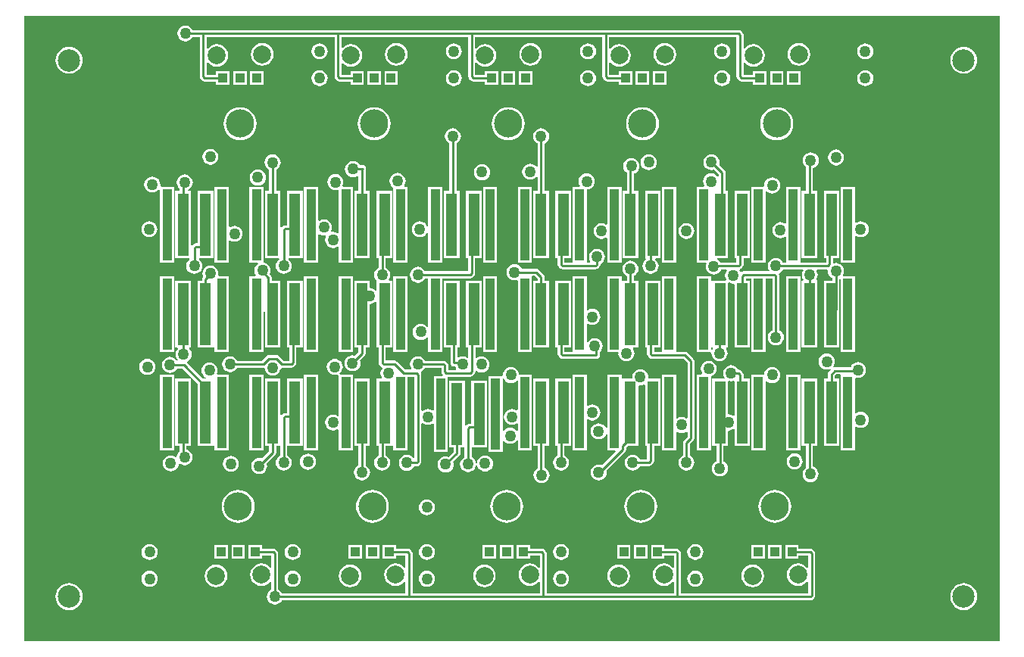
<source format=gbl>
G04*
G04 #@! TF.GenerationSoftware,Altium Limited,Altium Designer,20.2.6 (244)*
G04*
G04 Layer_Physical_Order=4*
G04 Layer_Color=16711680*
%FSLAX25Y25*%
%MOIN*%
G70*
G04*
G04 #@! TF.SameCoordinates,11CC61BE-19D2-43F9-9D8E-D9C9F4F45A32*
G04*
G04*
G04 #@! TF.FilePolarity,Positive*
G04*
G01*
G75*
%ADD12C,0.01000*%
%ADD25C,0.12402*%
%ADD26R,0.03937X0.03937*%
%ADD27C,0.07874*%
%ADD28C,0.05000*%
%ADD29C,0.09843*%
%ADD30R,0.04900X0.27600*%
%ADD31R,0.04300X0.31500*%
G36*
X547244Y118110D02*
X118110D01*
Y393701D01*
X547244D01*
Y118110D01*
D02*
G37*
%LPC*%
G36*
X488189Y381483D02*
X487275Y381363D01*
X486424Y381010D01*
X485693Y380449D01*
X485132Y379718D01*
X484779Y378866D01*
X484659Y377953D01*
X484779Y377039D01*
X485132Y376188D01*
X485693Y375457D01*
X486424Y374896D01*
X487275Y374543D01*
X488189Y374423D01*
X489103Y374543D01*
X489954Y374896D01*
X490685Y375457D01*
X491246Y376188D01*
X491599Y377039D01*
X491719Y377953D01*
X491599Y378866D01*
X491246Y379718D01*
X490685Y380449D01*
X489954Y381010D01*
X489103Y381363D01*
X488189Y381483D01*
D02*
G37*
G36*
X425197D02*
X424283Y381363D01*
X423432Y381010D01*
X422701Y380449D01*
X422140Y379718D01*
X421787Y378866D01*
X421667Y377953D01*
X421787Y377039D01*
X422140Y376188D01*
X422701Y375457D01*
X423432Y374896D01*
X424283Y374543D01*
X425197Y374423D01*
X426111Y374543D01*
X426962Y374896D01*
X427693Y375457D01*
X428254Y376188D01*
X428607Y377039D01*
X428727Y377953D01*
X428607Y378866D01*
X428254Y379718D01*
X427693Y380449D01*
X426962Y381010D01*
X426111Y381363D01*
X425197Y381483D01*
D02*
G37*
G36*
X366142D02*
X365228Y381363D01*
X364377Y381010D01*
X363646Y380449D01*
X363085Y379718D01*
X362732Y378866D01*
X362612Y377953D01*
X362732Y377039D01*
X363085Y376188D01*
X363646Y375457D01*
X364377Y374896D01*
X365228Y374543D01*
X366142Y374423D01*
X367055Y374543D01*
X367907Y374896D01*
X368638Y375457D01*
X369199Y376188D01*
X369552Y377039D01*
X369672Y377953D01*
X369552Y378866D01*
X369199Y379718D01*
X368638Y380449D01*
X367907Y381010D01*
X367055Y381363D01*
X366142Y381483D01*
D02*
G37*
G36*
X307087D02*
X306173Y381363D01*
X305322Y381010D01*
X304590Y380449D01*
X304029Y379718D01*
X303677Y378866D01*
X303556Y377953D01*
X303677Y377039D01*
X304029Y376188D01*
X304590Y375457D01*
X305322Y374896D01*
X306173Y374543D01*
X307087Y374423D01*
X308000Y374543D01*
X308852Y374896D01*
X309583Y375457D01*
X310144Y376188D01*
X310496Y377039D01*
X310617Y377953D01*
X310496Y378866D01*
X310144Y379718D01*
X309583Y380449D01*
X308852Y381010D01*
X308000Y381363D01*
X307087Y381483D01*
D02*
G37*
G36*
X248031D02*
X247118Y381363D01*
X246266Y381010D01*
X245535Y380449D01*
X244974Y379718D01*
X244622Y378866D01*
X244501Y377953D01*
X244622Y377039D01*
X244974Y376188D01*
X245535Y375457D01*
X246266Y374896D01*
X247118Y374543D01*
X248031Y374423D01*
X248945Y374543D01*
X249797Y374896D01*
X250528Y375457D01*
X251089Y376188D01*
X251441Y377039D01*
X251562Y377953D01*
X251441Y378866D01*
X251089Y379718D01*
X250528Y380449D01*
X249797Y381010D01*
X248945Y381363D01*
X248031Y381483D01*
D02*
G37*
G36*
X458976Y381653D02*
X457688Y381483D01*
X456487Y380986D01*
X455455Y380194D01*
X454664Y379163D01*
X454166Y377962D01*
X453997Y376673D01*
X454166Y375384D01*
X454664Y374183D01*
X455455Y373152D01*
X456487Y372361D01*
X457688Y371863D01*
X458976Y371694D01*
X460265Y371863D01*
X461466Y372361D01*
X462498Y373152D01*
X463289Y374183D01*
X463786Y375384D01*
X463956Y376673D01*
X463786Y377962D01*
X463289Y379163D01*
X462498Y380194D01*
X461466Y380986D01*
X460265Y381483D01*
X458976Y381653D01*
D02*
G37*
G36*
X399921D02*
X398632Y381483D01*
X397431Y380986D01*
X396400Y380194D01*
X395609Y379163D01*
X395111Y377962D01*
X394942Y376673D01*
X395111Y375384D01*
X395609Y374183D01*
X396400Y373152D01*
X397431Y372361D01*
X398632Y371863D01*
X399921Y371694D01*
X401210Y371863D01*
X402411Y372361D01*
X403442Y373152D01*
X404234Y374183D01*
X404731Y375384D01*
X404901Y376673D01*
X404731Y377962D01*
X404234Y379163D01*
X403442Y380194D01*
X402411Y380986D01*
X401210Y381483D01*
X399921Y381653D01*
D02*
G37*
G36*
X340866D02*
X339577Y381483D01*
X338376Y380986D01*
X337345Y380194D01*
X336554Y379163D01*
X336056Y377962D01*
X335887Y376673D01*
X336056Y375384D01*
X336554Y374183D01*
X337345Y373152D01*
X338376Y372361D01*
X339577Y371863D01*
X340866Y371694D01*
X342155Y371863D01*
X343356Y372361D01*
X344387Y373152D01*
X345179Y374183D01*
X345676Y375384D01*
X345846Y376673D01*
X345676Y377962D01*
X345179Y379163D01*
X344387Y380194D01*
X343356Y380986D01*
X342155Y381483D01*
X340866Y381653D01*
D02*
G37*
G36*
X281811D02*
X280522Y381483D01*
X279321Y380986D01*
X278290Y380194D01*
X277499Y379163D01*
X277001Y377962D01*
X276831Y376673D01*
X277001Y375384D01*
X277499Y374183D01*
X278290Y373152D01*
X279321Y372361D01*
X280522Y371863D01*
X281811Y371694D01*
X283100Y371863D01*
X284301Y372361D01*
X285332Y373152D01*
X286123Y374183D01*
X286621Y375384D01*
X286791Y376673D01*
X286621Y377962D01*
X286123Y379163D01*
X285332Y380194D01*
X284301Y380986D01*
X283100Y381483D01*
X281811Y381653D01*
D02*
G37*
G36*
X222756D02*
X221467Y381483D01*
X220266Y380986D01*
X219235Y380194D01*
X218443Y379163D01*
X217946Y377962D01*
X217776Y376673D01*
X217946Y375384D01*
X218443Y374183D01*
X219235Y373152D01*
X220266Y372361D01*
X221467Y371863D01*
X222756Y371694D01*
X224045Y371863D01*
X225246Y372361D01*
X226277Y373152D01*
X227068Y374183D01*
X227566Y375384D01*
X227735Y376673D01*
X227566Y377962D01*
X227068Y379163D01*
X226277Y380194D01*
X225246Y380986D01*
X224045Y381483D01*
X222756Y381653D01*
D02*
G37*
G36*
X188976Y389357D02*
X188063Y389237D01*
X187211Y388884D01*
X186480Y388323D01*
X185919Y387592D01*
X185566Y386740D01*
X185446Y385827D01*
X185566Y384913D01*
X185919Y384062D01*
X186480Y383330D01*
X187211Y382769D01*
X188063Y382417D01*
X188976Y382297D01*
X189890Y382417D01*
X190742Y382769D01*
X191473Y383330D01*
X192034Y384062D01*
X192131Y384297D01*
X195321D01*
Y366727D01*
X195437Y366142D01*
X195769Y365646D01*
X196355Y365060D01*
X196851Y364729D01*
X197436Y364612D01*
X202543D01*
Y363173D01*
X208480D01*
Y369110D01*
X202543D01*
Y367671D01*
X198380D01*
Y372914D01*
X198880Y373083D01*
X199235Y372621D01*
X200266Y371829D01*
X201467Y371332D01*
X202756Y371162D01*
X204045Y371332D01*
X205246Y371829D01*
X206277Y372621D01*
X207068Y373652D01*
X207566Y374853D01*
X207735Y376142D01*
X207566Y377431D01*
X207068Y378631D01*
X206277Y379663D01*
X205246Y380454D01*
X204045Y380952D01*
X202756Y381121D01*
X201467Y380952D01*
X200266Y380454D01*
X199235Y379663D01*
X198880Y379200D01*
X198380Y379370D01*
Y384297D01*
X254549D01*
Y366727D01*
X254665Y366142D01*
X254997Y365646D01*
X255582Y365060D01*
X256079Y364729D01*
X256664Y364612D01*
X261598D01*
Y363173D01*
X267535D01*
Y369110D01*
X261598D01*
Y367671D01*
X257608D01*
Y372732D01*
X258081Y372893D01*
X258290Y372621D01*
X259321Y371829D01*
X260522Y371332D01*
X261811Y371162D01*
X263100Y371332D01*
X264301Y371829D01*
X265332Y372621D01*
X266124Y373652D01*
X266621Y374853D01*
X266791Y376142D01*
X266621Y377431D01*
X266124Y378631D01*
X265332Y379663D01*
X264301Y380454D01*
X263100Y380952D01*
X261811Y381121D01*
X260522Y380952D01*
X259321Y380454D01*
X258290Y379663D01*
X258081Y379391D01*
X257608Y379551D01*
Y384297D01*
X313431D01*
Y366727D01*
X313548Y366142D01*
X313879Y365646D01*
X314465Y365060D01*
X314961Y364729D01*
X315546Y364612D01*
X320654D01*
Y363173D01*
X326590D01*
Y369110D01*
X320654D01*
Y367671D01*
X316490D01*
Y372914D01*
X316990Y373083D01*
X317345Y372621D01*
X318376Y371829D01*
X319577Y371332D01*
X320866Y371162D01*
X322155Y371332D01*
X323356Y371829D01*
X324387Y372621D01*
X325179Y373652D01*
X325676Y374853D01*
X325846Y376142D01*
X325676Y377431D01*
X325179Y378631D01*
X324387Y379663D01*
X323356Y380454D01*
X322155Y380952D01*
X320866Y381121D01*
X319577Y380952D01*
X318376Y380454D01*
X317345Y379663D01*
X316990Y379200D01*
X316490Y379370D01*
Y384297D01*
X372486D01*
Y366727D01*
X372603Y366142D01*
X372934Y365646D01*
X373520Y365060D01*
X374016Y364729D01*
X374602Y364612D01*
X379709D01*
Y363173D01*
X385646D01*
Y369110D01*
X379709D01*
Y367671D01*
X375545D01*
Y372914D01*
X376045Y373083D01*
X376400Y372621D01*
X377431Y371829D01*
X378632Y371332D01*
X379921Y371162D01*
X381210Y371332D01*
X382411Y371829D01*
X383442Y372621D01*
X384234Y373652D01*
X384731Y374853D01*
X384901Y376142D01*
X384731Y377431D01*
X384234Y378631D01*
X383442Y379663D01*
X382411Y380454D01*
X381210Y380952D01*
X379921Y381121D01*
X378632Y380952D01*
X377431Y380454D01*
X376400Y379663D01*
X376045Y379200D01*
X375545Y379370D01*
Y384297D01*
X431541D01*
Y366727D01*
X431658Y366142D01*
X431989Y365646D01*
X432575Y365060D01*
X433071Y364729D01*
X433657Y364612D01*
X438764D01*
Y363173D01*
X444701D01*
Y369110D01*
X438764D01*
Y367671D01*
X434600D01*
Y372914D01*
X435100Y373083D01*
X435455Y372621D01*
X436487Y371829D01*
X437688Y371332D01*
X438976Y371162D01*
X440265Y371332D01*
X441466Y371829D01*
X442497Y372621D01*
X443289Y373652D01*
X443786Y374853D01*
X443956Y376142D01*
X443786Y377431D01*
X443289Y378631D01*
X442497Y379663D01*
X441466Y380454D01*
X440265Y380952D01*
X438976Y381121D01*
X437688Y380952D01*
X436487Y380454D01*
X435455Y379663D01*
X435100Y379200D01*
X434600Y379370D01*
Y385241D01*
X434484Y385826D01*
X434152Y386322D01*
X433567Y386908D01*
X433070Y387240D01*
X432485Y387356D01*
X192131D01*
X192034Y387592D01*
X191473Y388323D01*
X190742Y388884D01*
X189890Y389237D01*
X188976Y389357D01*
D02*
G37*
G36*
X531496Y379966D02*
X530335Y379851D01*
X529219Y379513D01*
X528191Y378963D01*
X527289Y378223D01*
X526549Y377321D01*
X525999Y376293D01*
X525661Y375177D01*
X525546Y374016D01*
X525661Y372855D01*
X525999Y371739D01*
X526549Y370710D01*
X527289Y369809D01*
X528191Y369069D01*
X529219Y368519D01*
X530335Y368180D01*
X531496Y368066D01*
X532657Y368180D01*
X533773Y368519D01*
X534802Y369069D01*
X535703Y369809D01*
X536443Y370710D01*
X536993Y371739D01*
X537332Y372855D01*
X537446Y374016D01*
X537332Y375177D01*
X536993Y376293D01*
X536443Y377321D01*
X535703Y378223D01*
X534802Y378963D01*
X533773Y379513D01*
X532657Y379851D01*
X531496Y379966D01*
D02*
G37*
G36*
X137795D02*
X136635Y379851D01*
X135518Y379513D01*
X134490Y378963D01*
X133588Y378223D01*
X132848Y377321D01*
X132298Y376293D01*
X131960Y375177D01*
X131845Y374016D01*
X131960Y372855D01*
X132298Y371739D01*
X132848Y370710D01*
X133588Y369809D01*
X134490Y369069D01*
X135518Y368519D01*
X136635Y368180D01*
X137795Y368066D01*
X138956Y368180D01*
X140072Y368519D01*
X141101Y369069D01*
X142002Y369809D01*
X142743Y370710D01*
X143292Y371739D01*
X143631Y372855D01*
X143745Y374016D01*
X143631Y375177D01*
X143292Y376293D01*
X142743Y377321D01*
X142002Y378223D01*
X141101Y378963D01*
X140072Y379513D01*
X138956Y379851D01*
X137795Y379966D01*
D02*
G37*
G36*
X459661Y369110D02*
X453724D01*
Y363173D01*
X459661D01*
Y369110D01*
D02*
G37*
G36*
X452181D02*
X446244D01*
Y363173D01*
X452181D01*
Y369110D01*
D02*
G37*
G36*
X400606D02*
X394669D01*
Y363173D01*
X400606D01*
Y369110D01*
D02*
G37*
G36*
X393126D02*
X387189D01*
Y363173D01*
X393126D01*
Y369110D01*
D02*
G37*
G36*
X341551D02*
X335614D01*
Y363173D01*
X341551D01*
Y369110D01*
D02*
G37*
G36*
X334071D02*
X328134D01*
Y363173D01*
X334071D01*
Y369110D01*
D02*
G37*
G36*
X282496D02*
X276559D01*
Y363173D01*
X282496D01*
Y369110D01*
D02*
G37*
G36*
X275016D02*
X269079D01*
Y363173D01*
X275016D01*
Y369110D01*
D02*
G37*
G36*
X223441D02*
X217504D01*
Y363173D01*
X223441D01*
Y369110D01*
D02*
G37*
G36*
X215961D02*
X210024D01*
Y363173D01*
X215961D01*
Y369110D01*
D02*
G37*
G36*
X488189Y369672D02*
X487275Y369552D01*
X486424Y369199D01*
X485693Y368638D01*
X485132Y367907D01*
X484779Y367055D01*
X484659Y366142D01*
X484779Y365228D01*
X485132Y364377D01*
X485693Y363646D01*
X486424Y363085D01*
X487275Y362732D01*
X488189Y362612D01*
X489103Y362732D01*
X489954Y363085D01*
X490685Y363646D01*
X491246Y364377D01*
X491599Y365228D01*
X491719Y366142D01*
X491599Y367055D01*
X491246Y367907D01*
X490685Y368638D01*
X489954Y369199D01*
X489103Y369552D01*
X488189Y369672D01*
D02*
G37*
G36*
X425197D02*
X424283Y369552D01*
X423432Y369199D01*
X422701Y368638D01*
X422140Y367907D01*
X421787Y367055D01*
X421667Y366142D01*
X421787Y365228D01*
X422140Y364377D01*
X422701Y363646D01*
X423432Y363085D01*
X424283Y362732D01*
X425197Y362612D01*
X426111Y362732D01*
X426962Y363085D01*
X427693Y363646D01*
X428254Y364377D01*
X428607Y365228D01*
X428727Y366142D01*
X428607Y367055D01*
X428254Y367907D01*
X427693Y368638D01*
X426962Y369199D01*
X426111Y369552D01*
X425197Y369672D01*
D02*
G37*
G36*
X366142D02*
X365228Y369552D01*
X364377Y369199D01*
X363646Y368638D01*
X363085Y367907D01*
X362732Y367055D01*
X362612Y366142D01*
X362732Y365228D01*
X363085Y364377D01*
X363646Y363646D01*
X364377Y363085D01*
X365228Y362732D01*
X366142Y362612D01*
X367055Y362732D01*
X367907Y363085D01*
X368638Y363646D01*
X369199Y364377D01*
X369552Y365228D01*
X369672Y366142D01*
X369552Y367055D01*
X369199Y367907D01*
X368638Y368638D01*
X367907Y369199D01*
X367055Y369552D01*
X366142Y369672D01*
D02*
G37*
G36*
X307087D02*
X306173Y369552D01*
X305322Y369199D01*
X304590Y368638D01*
X304029Y367907D01*
X303677Y367055D01*
X303556Y366142D01*
X303677Y365228D01*
X304029Y364377D01*
X304590Y363646D01*
X305322Y363085D01*
X306173Y362732D01*
X307087Y362612D01*
X308000Y362732D01*
X308852Y363085D01*
X309583Y363646D01*
X310144Y364377D01*
X310496Y365228D01*
X310617Y366142D01*
X310496Y367055D01*
X310144Y367907D01*
X309583Y368638D01*
X308852Y369199D01*
X308000Y369552D01*
X307087Y369672D01*
D02*
G37*
G36*
X248031D02*
X247118Y369552D01*
X246266Y369199D01*
X245535Y368638D01*
X244974Y367907D01*
X244622Y367055D01*
X244501Y366142D01*
X244622Y365228D01*
X244974Y364377D01*
X245535Y363646D01*
X246266Y363085D01*
X247118Y362732D01*
X248031Y362612D01*
X248945Y362732D01*
X249797Y363085D01*
X250528Y363646D01*
X251089Y364377D01*
X251441Y365228D01*
X251562Y366142D01*
X251441Y367055D01*
X251089Y367907D01*
X250528Y368638D01*
X249797Y369199D01*
X248945Y369552D01*
X248031Y369672D01*
D02*
G37*
G36*
X449213Y353299D02*
X447801Y353160D01*
X446444Y352748D01*
X445193Y352079D01*
X444096Y351179D01*
X443196Y350083D01*
X442528Y348832D01*
X442116Y347475D01*
X441977Y346063D01*
X442116Y344651D01*
X442528Y343294D01*
X443196Y342043D01*
X444096Y340947D01*
X445193Y340047D01*
X446444Y339378D01*
X447801Y338966D01*
X449213Y338827D01*
X450624Y338966D01*
X451981Y339378D01*
X453232Y340047D01*
X454329Y340947D01*
X455229Y342043D01*
X455897Y343294D01*
X456309Y344651D01*
X456448Y346063D01*
X456309Y347475D01*
X455897Y348832D01*
X455229Y350083D01*
X454329Y351179D01*
X453232Y352079D01*
X451981Y352748D01*
X450624Y353160D01*
X449213Y353299D01*
D02*
G37*
G36*
X390158D02*
X388746Y353160D01*
X387388Y352748D01*
X386138Y352079D01*
X385041Y351179D01*
X384141Y350083D01*
X383473Y348832D01*
X383061Y347475D01*
X382922Y346063D01*
X383061Y344651D01*
X383473Y343294D01*
X384141Y342043D01*
X385041Y340947D01*
X386138Y340047D01*
X387388Y339378D01*
X388746Y338966D01*
X390158Y338827D01*
X391569Y338966D01*
X392926Y339378D01*
X394177Y340047D01*
X395274Y340947D01*
X396174Y342043D01*
X396842Y343294D01*
X397254Y344651D01*
X397393Y346063D01*
X397254Y347475D01*
X396842Y348832D01*
X396174Y350083D01*
X395274Y351179D01*
X394177Y352079D01*
X392926Y352748D01*
X391569Y353160D01*
X390158Y353299D01*
D02*
G37*
G36*
X331102D02*
X329691Y353160D01*
X328333Y352748D01*
X327082Y352079D01*
X325986Y351179D01*
X325086Y350083D01*
X324417Y348832D01*
X324006Y347475D01*
X323867Y346063D01*
X324006Y344651D01*
X324417Y343294D01*
X325086Y342043D01*
X325986Y340947D01*
X327082Y340047D01*
X328333Y339378D01*
X329691Y338966D01*
X331102Y338827D01*
X332514Y338966D01*
X333871Y339378D01*
X335122Y340047D01*
X336219Y340947D01*
X337119Y342043D01*
X337787Y343294D01*
X338199Y344651D01*
X338338Y346063D01*
X338199Y347475D01*
X337787Y348832D01*
X337119Y350083D01*
X336219Y351179D01*
X335122Y352079D01*
X333871Y352748D01*
X332514Y353160D01*
X331102Y353299D01*
D02*
G37*
G36*
X272047D02*
X270636Y353160D01*
X269278Y352748D01*
X268027Y352079D01*
X266931Y351179D01*
X266031Y350083D01*
X265362Y348832D01*
X264951Y347475D01*
X264812Y346063D01*
X264951Y344651D01*
X265362Y343294D01*
X266031Y342043D01*
X266931Y340947D01*
X268027Y340047D01*
X269278Y339378D01*
X270636Y338966D01*
X272047Y338827D01*
X273459Y338966D01*
X274816Y339378D01*
X276067Y340047D01*
X277164Y340947D01*
X278063Y342043D01*
X278732Y343294D01*
X279144Y344651D01*
X279283Y346063D01*
X279144Y347475D01*
X278732Y348832D01*
X278063Y350083D01*
X277164Y351179D01*
X276067Y352079D01*
X274816Y352748D01*
X273459Y353160D01*
X272047Y353299D01*
D02*
G37*
G36*
X212992D02*
X211580Y353160D01*
X210223Y352748D01*
X208972Y352079D01*
X207876Y351179D01*
X206976Y350083D01*
X206307Y348832D01*
X205895Y347475D01*
X205756Y346063D01*
X205895Y344651D01*
X206307Y343294D01*
X206976Y342043D01*
X207876Y340947D01*
X208972Y340047D01*
X210223Y339378D01*
X211580Y338966D01*
X212992Y338827D01*
X214404Y338966D01*
X215761Y339378D01*
X217012Y340047D01*
X218109Y340947D01*
X219008Y342043D01*
X219677Y343294D01*
X220089Y344651D01*
X220228Y346063D01*
X220089Y347475D01*
X219677Y348832D01*
X219008Y350083D01*
X218109Y351179D01*
X217012Y352079D01*
X215761Y352748D01*
X214404Y353160D01*
X212992Y353299D01*
D02*
G37*
G36*
X200000Y335026D02*
X199086Y334906D01*
X198235Y334553D01*
X197504Y333992D01*
X196943Y333261D01*
X196590Y332410D01*
X196470Y331496D01*
X196590Y330582D01*
X196943Y329731D01*
X197504Y329000D01*
X198235Y328439D01*
X199086Y328086D01*
X200000Y327966D01*
X200914Y328086D01*
X201765Y328439D01*
X202496Y329000D01*
X203057Y329731D01*
X203410Y330582D01*
X203530Y331496D01*
X203410Y332410D01*
X203057Y333261D01*
X202496Y333992D01*
X201765Y334553D01*
X200914Y334906D01*
X200000Y335026D01*
D02*
G37*
G36*
X475315Y334751D02*
X474401Y334630D01*
X473550Y334278D01*
X472819Y333717D01*
X472258Y332986D01*
X471905Y332134D01*
X471785Y331221D01*
X471905Y330307D01*
X472258Y329455D01*
X472819Y328724D01*
X473550Y328163D01*
X474401Y327811D01*
X475315Y327690D01*
X476229Y327811D01*
X477080Y328163D01*
X477811Y328724D01*
X478372Y329455D01*
X478725Y330307D01*
X478845Y331221D01*
X478725Y332134D01*
X478372Y332986D01*
X477811Y333717D01*
X477080Y334278D01*
X476229Y334630D01*
X475315Y334751D01*
D02*
G37*
G36*
X345538Y344083D02*
X344624Y343962D01*
X343773Y343610D01*
X343041Y343049D01*
X342480Y342318D01*
X342128Y341466D01*
X342007Y340552D01*
X342128Y339639D01*
X342480Y338787D01*
X343041Y338056D01*
X343773Y337495D01*
X343943Y337425D01*
Y327320D01*
X343443Y327150D01*
X343229Y327430D01*
X342497Y327991D01*
X341646Y328343D01*
X340732Y328464D01*
X339819Y328343D01*
X338967Y327991D01*
X338236Y327430D01*
X337675Y326698D01*
X337322Y325847D01*
X337202Y324933D01*
X337322Y324020D01*
X337675Y323168D01*
X338236Y322437D01*
X338967Y321876D01*
X339819Y321523D01*
X340732Y321403D01*
X341646Y321523D01*
X342497Y321876D01*
X343229Y322437D01*
X343443Y322716D01*
X343943Y322547D01*
Y316414D01*
X342022D01*
Y286814D01*
X348922D01*
Y316414D01*
X347002D01*
Y337371D01*
X347303Y337495D01*
X348034Y338056D01*
X348595Y338787D01*
X348948Y339639D01*
X349068Y340552D01*
X348948Y341466D01*
X348595Y342318D01*
X348034Y343049D01*
X347303Y343610D01*
X346451Y343962D01*
X345538Y344083D01*
D02*
G37*
G36*
X392913Y332664D02*
X392000Y332544D01*
X391148Y332191D01*
X390417Y331630D01*
X389856Y330899D01*
X389504Y330047D01*
X389383Y329134D01*
X389504Y328220D01*
X389856Y327369D01*
X390417Y326638D01*
X391148Y326077D01*
X392000Y325724D01*
X392913Y325604D01*
X393827Y325724D01*
X394678Y326077D01*
X395410Y326638D01*
X395971Y327369D01*
X396323Y328220D01*
X396444Y329134D01*
X396323Y330047D01*
X395971Y330899D01*
X395410Y331630D01*
X394678Y332191D01*
X393827Y332544D01*
X392913Y332664D01*
D02*
G37*
G36*
X420472D02*
X419559Y332544D01*
X418707Y332191D01*
X417976Y331630D01*
X417415Y330899D01*
X417063Y330047D01*
X416942Y329134D01*
X417063Y328220D01*
X417415Y327369D01*
X417976Y326638D01*
X418707Y326077D01*
X419559Y325724D01*
X420472Y325604D01*
X421386Y325724D01*
X421622Y325822D01*
X423667Y323776D01*
Y322891D01*
X423168Y322722D01*
X422801Y323199D01*
X422070Y323760D01*
X421218Y324113D01*
X420305Y324233D01*
X419391Y324113D01*
X418540Y323760D01*
X417808Y323199D01*
X417247Y322468D01*
X416895Y321617D01*
X416775Y320703D01*
X416895Y319789D01*
X417247Y318938D01*
X417344Y318812D01*
X417123Y318364D01*
X413956D01*
Y284864D01*
X417960D01*
X418238Y284448D01*
X418090Y284091D01*
X417970Y283177D01*
X418090Y282264D01*
X418442Y281412D01*
X419003Y280681D01*
X419735Y280120D01*
X420586Y279767D01*
X421500Y279647D01*
X422413Y279767D01*
X423265Y280120D01*
X423996Y280681D01*
X424557Y281412D01*
X424774Y281935D01*
X427131D01*
X427377Y281435D01*
X427005Y280950D01*
X426653Y280099D01*
X426532Y279185D01*
X426653Y278272D01*
X426954Y277544D01*
X426729Y277044D01*
X420763D01*
Y247444D01*
X420904D01*
X421125Y246995D01*
X420969Y246792D01*
X420756Y246279D01*
X420256Y246378D01*
Y278994D01*
X413956D01*
Y245494D01*
X420053D01*
X420505Y245097D01*
X420496Y245027D01*
X420616Y244113D01*
X420969Y243262D01*
X421530Y242530D01*
X422261Y241969D01*
X423112Y241617D01*
X424026Y241496D01*
X424940Y241617D01*
X425791Y241969D01*
X426522Y242530D01*
X427083Y243262D01*
X427436Y244113D01*
X427556Y245027D01*
X427436Y245940D01*
X427083Y246792D01*
X426927Y246995D01*
X427148Y247444D01*
X427663D01*
Y276050D01*
X428111Y276271D01*
X428297Y276128D01*
X429149Y275776D01*
X430062Y275655D01*
X430229Y275677D01*
X430605Y275347D01*
Y247444D01*
X437505D01*
Y277044D01*
X435584D01*
Y277998D01*
X438011D01*
Y245494D01*
X444311D01*
Y277998D01*
X446845D01*
X447162Y277935D01*
X447290D01*
Y255123D01*
X447054Y255026D01*
X446323Y254465D01*
X445762Y253734D01*
X445409Y252882D01*
X445289Y251969D01*
X445409Y251055D01*
X445762Y250203D01*
X446323Y249472D01*
X447054Y248911D01*
X447905Y248559D01*
X448819Y248438D01*
X449733Y248559D01*
X450584Y248911D01*
X451315Y249472D01*
X451876Y250203D01*
X452229Y251055D01*
X452349Y251969D01*
X452229Y252882D01*
X451876Y253734D01*
X451315Y254465D01*
X450584Y255026D01*
X450348Y255123D01*
Y278879D01*
X450232Y279464D01*
X450098Y279665D01*
X450262Y280274D01*
X450584Y280407D01*
X451315Y280968D01*
X451876Y281699D01*
X451974Y281935D01*
X460719D01*
X460940Y281487D01*
X460743Y281230D01*
X460390Y280378D01*
X460270Y279465D01*
X460390Y278551D01*
X460743Y277699D01*
X460902Y277492D01*
X460681Y277044D01*
X460133D01*
Y247444D01*
X467033D01*
Y277044D01*
X466920D01*
X466699Y277492D01*
X466858Y277699D01*
X467210Y278551D01*
X467331Y279465D01*
X467210Y280378D01*
X466858Y281230D01*
X466660Y281487D01*
X466882Y281935D01*
X471295D01*
X471733Y281435D01*
X471709Y281254D01*
X471830Y280341D01*
X472182Y279489D01*
X472743Y278758D01*
X473474Y278197D01*
X473710Y278099D01*
Y277044D01*
X469975D01*
Y247444D01*
X476875D01*
Y277044D01*
X476769D01*
Y277648D01*
X476882Y277721D01*
X477382Y277449D01*
Y245494D01*
X483681D01*
Y278994D01*
X478482D01*
X478261Y279442D01*
X478297Y279489D01*
X478649Y280341D01*
X478770Y281254D01*
X478649Y282168D01*
X478297Y283019D01*
X477736Y283750D01*
X477004Y284311D01*
X476153Y284664D01*
X475239Y284784D01*
X474470Y284683D01*
X473970Y284992D01*
Y286814D01*
X476875D01*
Y316414D01*
X469975D01*
Y286814D01*
X470912D01*
Y284994D01*
X459626D01*
Y318364D01*
X453326D01*
Y302336D01*
X452826Y302090D01*
X452592Y302270D01*
X451740Y302623D01*
X450826Y302743D01*
X449913Y302623D01*
X449061Y302270D01*
X448330Y301709D01*
X447769Y300978D01*
X447416Y300126D01*
X447296Y299213D01*
X447416Y298299D01*
X447769Y297447D01*
X448330Y296716D01*
X449061Y296155D01*
X449913Y295803D01*
X450826Y295682D01*
X451740Y295803D01*
X452592Y296155D01*
X452826Y296336D01*
X453326Y296089D01*
Y284994D01*
X451974D01*
X451876Y285230D01*
X451315Y285961D01*
X450584Y286522D01*
X449733Y286875D01*
X448819Y286995D01*
X447905Y286875D01*
X447054Y286522D01*
X446323Y285961D01*
X445762Y285230D01*
X445409Y284378D01*
X445289Y283465D01*
X445409Y282551D01*
X445762Y281699D01*
X445911Y281505D01*
X445689Y281057D01*
X434641D01*
X434056Y280941D01*
X433750Y280736D01*
X433163Y280847D01*
X433120Y280950D01*
X432720Y281472D01*
X432900Y282018D01*
X433070Y282052D01*
X433567Y282383D01*
X434152Y282969D01*
X434484Y283465D01*
X434600Y284050D01*
Y286814D01*
X437505D01*
Y316414D01*
X430605D01*
Y286814D01*
X431541D01*
Y284994D01*
X424517D01*
X423996Y285673D01*
X423265Y286234D01*
X423073Y286314D01*
X423173Y286814D01*
X427663D01*
Y316414D01*
X426726D01*
Y324410D01*
X426610Y324995D01*
X426278Y325491D01*
X423785Y327984D01*
X423882Y328220D01*
X424003Y329134D01*
X423882Y330047D01*
X423530Y330899D01*
X422969Y331630D01*
X422237Y332191D01*
X421386Y332544D01*
X420472Y332664D01*
D02*
G37*
G36*
X319497Y328252D02*
X318584Y328132D01*
X317732Y327779D01*
X317001Y327218D01*
X316440Y326487D01*
X316087Y325636D01*
X315967Y324722D01*
X316087Y323808D01*
X316440Y322957D01*
X317001Y322226D01*
X317732Y321665D01*
X318584Y321312D01*
X319497Y321192D01*
X320411Y321312D01*
X321262Y321665D01*
X321993Y322226D01*
X322554Y322957D01*
X322907Y323808D01*
X323027Y324722D01*
X322907Y325636D01*
X322554Y326487D01*
X321993Y327218D01*
X321262Y327779D01*
X320411Y328132D01*
X319497Y328252D01*
D02*
G37*
G36*
X220866Y325971D02*
X219953Y325851D01*
X219101Y325498D01*
X218370Y324937D01*
X217809Y324206D01*
X217456Y323355D01*
X217336Y322441D01*
X217456Y321527D01*
X217809Y320676D01*
X218370Y319945D01*
X219101Y319384D01*
X219953Y319031D01*
X220866Y318911D01*
X221780Y319031D01*
X222631Y319384D01*
X223362Y319945D01*
X223923Y320676D01*
X224276Y321527D01*
X224396Y322441D01*
X224276Y323355D01*
X223923Y324206D01*
X223362Y324937D01*
X222631Y325498D01*
X221780Y325851D01*
X220866Y325971D01*
D02*
G37*
G36*
X447244Y322428D02*
X446330Y322307D01*
X445479Y321955D01*
X444748Y321394D01*
X444187Y320663D01*
X443834Y319811D01*
X443714Y318898D01*
X443735Y318740D01*
X443405Y318364D01*
X438011D01*
Y284864D01*
X444311D01*
Y316233D01*
X444811Y316353D01*
X445479Y315840D01*
X446330Y315488D01*
X447244Y315367D01*
X448158Y315488D01*
X449009Y315840D01*
X449740Y316401D01*
X450301Y317132D01*
X450654Y317984D01*
X450774Y318898D01*
X450654Y319811D01*
X450301Y320663D01*
X449740Y321394D01*
X449009Y321955D01*
X448158Y322307D01*
X447244Y322428D01*
D02*
G37*
G36*
X380886Y318364D02*
X374586D01*
Y301942D01*
X374086Y301696D01*
X373851Y301876D01*
X373000Y302229D01*
X372086Y302349D01*
X371172Y302229D01*
X370321Y301876D01*
X369590Y301315D01*
X369029Y300584D01*
X368676Y299733D01*
X368556Y298819D01*
X368676Y297905D01*
X369029Y297054D01*
X369590Y296323D01*
X370321Y295762D01*
X371172Y295409D01*
X372086Y295289D01*
X373000Y295409D01*
X373851Y295762D01*
X374086Y295942D01*
X374586Y295695D01*
Y284864D01*
X380886D01*
Y318364D01*
D02*
G37*
G36*
X302146D02*
X295846D01*
Y301078D01*
X295346Y300978D01*
X295183Y301371D01*
X294622Y302102D01*
X293891Y302663D01*
X293040Y303016D01*
X292126Y303136D01*
X291212Y303016D01*
X290361Y302663D01*
X289630Y302102D01*
X289069Y301371D01*
X288716Y300520D01*
X288596Y299606D01*
X288716Y298693D01*
X289069Y297841D01*
X289630Y297110D01*
X290361Y296549D01*
X291212Y296196D01*
X292126Y296076D01*
X293040Y296196D01*
X293891Y296549D01*
X294622Y297110D01*
X295183Y297841D01*
X295346Y298234D01*
X295846Y298135D01*
Y284864D01*
X302146D01*
Y318364D01*
D02*
G37*
G36*
X255015Y323886D02*
X254102Y323765D01*
X253250Y323413D01*
X252519Y322852D01*
X251958Y322121D01*
X251605Y321269D01*
X251485Y320356D01*
X251605Y319442D01*
X251958Y318590D01*
X252519Y317859D01*
X253250Y317298D01*
X254102Y316946D01*
X255015Y316825D01*
X255929Y316946D01*
X256060Y317000D01*
X256476Y316722D01*
Y298006D01*
X255976Y297759D01*
X255741Y297939D01*
X254890Y298292D01*
X253976Y298412D01*
X253459Y298344D01*
X253385Y298397D01*
X253130Y298805D01*
X253410Y299480D01*
X253530Y300394D01*
X253410Y301307D01*
X253057Y302159D01*
X252496Y302890D01*
X251765Y303451D01*
X250914Y303804D01*
X250000Y303924D01*
X249086Y303804D01*
X248235Y303451D01*
X247961Y303241D01*
X247461Y303487D01*
Y318364D01*
X241161D01*
Y284864D01*
X247461D01*
Y297300D01*
X247961Y297547D01*
X248235Y297337D01*
X249086Y296984D01*
X250000Y296864D01*
X250517Y296932D01*
X250591Y296879D01*
X250846Y296470D01*
X250566Y295796D01*
X250446Y294882D01*
X250566Y293968D01*
X250919Y293117D01*
X251480Y292386D01*
X252211Y291825D01*
X253062Y291472D01*
X253976Y291352D01*
X254890Y291472D01*
X255741Y291825D01*
X255976Y292005D01*
X256476Y291758D01*
Y284864D01*
X262776D01*
Y318364D01*
X258499D01*
X258186Y318864D01*
X258425Y319442D01*
X258545Y320356D01*
X258425Y321269D01*
X258072Y322121D01*
X257511Y322852D01*
X256780Y323413D01*
X255929Y323765D01*
X255015Y323886D01*
D02*
G37*
G36*
X483681Y318364D02*
X477382D01*
Y284864D01*
X483681D01*
Y296483D01*
X484181Y296729D01*
X484416Y296549D01*
X485268Y296196D01*
X486181Y296076D01*
X487095Y296196D01*
X487947Y296549D01*
X488678Y297110D01*
X489239Y297841D01*
X489591Y298693D01*
X489712Y299606D01*
X489591Y300520D01*
X489239Y301371D01*
X488678Y302102D01*
X487947Y302663D01*
X487095Y303016D01*
X486181Y303136D01*
X485268Y303016D01*
X484416Y302663D01*
X484181Y302483D01*
X483681Y302730D01*
Y318364D01*
D02*
G37*
G36*
X173079Y303136D02*
X172165Y303016D01*
X171313Y302663D01*
X170582Y302102D01*
X170021Y301371D01*
X169669Y300520D01*
X169548Y299606D01*
X169669Y298693D01*
X170021Y297841D01*
X170582Y297110D01*
X171313Y296549D01*
X172165Y296196D01*
X173079Y296076D01*
X173992Y296196D01*
X174844Y296549D01*
X175575Y297110D01*
X176136Y297841D01*
X176488Y298693D01*
X176609Y299606D01*
X176488Y300520D01*
X176136Y301371D01*
X175575Y302102D01*
X174844Y302663D01*
X173992Y303016D01*
X173079Y303136D01*
D02*
G37*
G36*
X409449Y302349D02*
X408535Y302229D01*
X407684Y301876D01*
X406953Y301315D01*
X406392Y300584D01*
X406039Y299733D01*
X405919Y298819D01*
X406039Y297905D01*
X406392Y297054D01*
X406953Y296323D01*
X407684Y295762D01*
X408535Y295409D01*
X409449Y295289D01*
X410362Y295409D01*
X411214Y295762D01*
X411945Y296323D01*
X412506Y297054D01*
X412859Y297905D01*
X412979Y298819D01*
X412859Y299733D01*
X412506Y300584D01*
X411945Y301315D01*
X411214Y301876D01*
X410362Y302229D01*
X409449Y302349D01*
D02*
G37*
G36*
X208091Y318364D02*
X201791D01*
Y284864D01*
X208091D01*
Y294514D01*
X208591Y294761D01*
X208826Y294581D01*
X209677Y294228D01*
X210591Y294108D01*
X211505Y294228D01*
X212356Y294581D01*
X213087Y295142D01*
X213648Y295873D01*
X214001Y296724D01*
X214121Y297638D01*
X214001Y298552D01*
X213648Y299403D01*
X213087Y300134D01*
X212356Y300695D01*
X211505Y301048D01*
X210591Y301168D01*
X209677Y301048D01*
X208826Y300695D01*
X208591Y300515D01*
X208091Y300761D01*
Y318364D01*
D02*
G37*
G36*
X464173Y333452D02*
X463260Y333331D01*
X462408Y332979D01*
X461677Y332417D01*
X461116Y331686D01*
X460763Y330835D01*
X460643Y329921D01*
X460763Y329008D01*
X461116Y328156D01*
X461677Y327425D01*
X462053Y327136D01*
Y316414D01*
X460133D01*
Y286814D01*
X467033D01*
Y316414D01*
X465112D01*
Y326522D01*
X465938Y326864D01*
X466670Y327425D01*
X467231Y328156D01*
X467583Y329008D01*
X467703Y329921D01*
X467583Y330835D01*
X467231Y331686D01*
X466670Y332417D01*
X465938Y332979D01*
X465087Y333331D01*
X464173Y333452D01*
D02*
G37*
G36*
X385222Y330944D02*
X384309Y330824D01*
X383457Y330471D01*
X382726Y329910D01*
X382165Y329179D01*
X381812Y328328D01*
X381692Y327414D01*
X381812Y326500D01*
X382165Y325649D01*
X382726Y324918D01*
X383313Y324467D01*
Y316414D01*
X381393D01*
Y286814D01*
X388293D01*
Y316414D01*
X386372D01*
Y324102D01*
X386987Y324357D01*
X387718Y324918D01*
X388279Y325649D01*
X388632Y326500D01*
X388752Y327414D01*
X388632Y328328D01*
X388279Y329179D01*
X387718Y329910D01*
X386987Y330471D01*
X386136Y330824D01*
X385222Y330944D01*
D02*
G37*
G36*
X306693Y344081D02*
X305779Y343961D01*
X304928Y343608D01*
X304197Y343047D01*
X303636Y342316D01*
X303283Y341465D01*
X303163Y340551D01*
X303283Y339637D01*
X303636Y338786D01*
X304197Y338055D01*
X304928Y337494D01*
X305164Y337396D01*
Y316414D01*
X302652D01*
Y286814D01*
X309552D01*
Y316414D01*
X308222D01*
Y337396D01*
X308458Y337494D01*
X309189Y338055D01*
X309750Y338786D01*
X310103Y339637D01*
X310223Y340551D01*
X310103Y341465D01*
X309750Y342316D01*
X309189Y343047D01*
X308458Y343608D01*
X307607Y343961D01*
X306693Y344081D01*
D02*
G37*
G36*
X262733Y329597D02*
X261819Y329477D01*
X260968Y329124D01*
X260237Y328563D01*
X259676Y327832D01*
X259323Y326980D01*
X259203Y326067D01*
X259323Y325153D01*
X259676Y324302D01*
X260237Y323570D01*
X260968Y323009D01*
X261819Y322657D01*
X262733Y322536D01*
X263647Y322657D01*
X264498Y323009D01*
X264754Y323206D01*
X265203Y322985D01*
Y316414D01*
X263282D01*
Y286814D01*
X270182D01*
Y316414D01*
X268262D01*
Y325672D01*
X268342Y325793D01*
X268459Y326378D01*
X268342Y326963D01*
X268011Y327459D01*
X267514Y327791D01*
X266929Y327907D01*
X265732D01*
X265229Y328563D01*
X264498Y329124D01*
X263647Y329477D01*
X262733Y329597D01*
D02*
G37*
G36*
X365597Y324240D02*
X364683Y324120D01*
X363832Y323767D01*
X363101Y323206D01*
X362540Y322475D01*
X362187Y321624D01*
X362067Y320710D01*
X362187Y319796D01*
X362540Y318945D01*
X362642Y318812D01*
X362420Y318364D01*
X359271D01*
Y284994D01*
X355860D01*
Y286814D01*
X358765D01*
Y316414D01*
X351865D01*
Y286814D01*
X352801D01*
Y284050D01*
X352918Y283465D01*
X353249Y282969D01*
X353835Y282383D01*
X354331Y282052D01*
X354917Y281935D01*
X369493D01*
X370078Y282052D01*
X370574Y282383D01*
X371160Y282969D01*
X371492Y283465D01*
X371608Y284050D01*
Y284247D01*
X371844Y284344D01*
X372575Y284905D01*
X373136Y285636D01*
X373489Y286488D01*
X373609Y287402D01*
X373489Y288315D01*
X373136Y289167D01*
X372575Y289898D01*
X371844Y290459D01*
X370992Y290811D01*
X370079Y290932D01*
X369165Y290811D01*
X368314Y290459D01*
X367583Y289898D01*
X367021Y289167D01*
X366669Y288315D01*
X366548Y287402D01*
X366669Y286488D01*
X367021Y285636D01*
X367170Y285442D01*
X366949Y284994D01*
X365571D01*
Y317157D01*
X365597Y317180D01*
X366511Y317300D01*
X367362Y317653D01*
X368093Y318214D01*
X368654Y318945D01*
X369007Y319796D01*
X369127Y320710D01*
X369007Y321624D01*
X368654Y322475D01*
X368093Y323206D01*
X367362Y323767D01*
X366511Y324120D01*
X365597Y324240D01*
D02*
G37*
G36*
X404941Y318364D02*
X398641D01*
Y284864D01*
X404941D01*
Y318364D01*
D02*
G37*
G36*
X341516D02*
X335216D01*
Y284864D01*
X341516D01*
Y318364D01*
D02*
G37*
G36*
X326201D02*
X319901D01*
Y284864D01*
X326201D01*
Y318364D01*
D02*
G37*
G36*
X282363Y324394D02*
X281449Y324274D01*
X280598Y323921D01*
X279867Y323360D01*
X279306Y322629D01*
X278953Y321778D01*
X278833Y320864D01*
X278953Y319950D01*
X279306Y319099D01*
X279867Y318368D01*
X280531Y317858D01*
Y284864D01*
X286831D01*
Y318364D01*
X285486D01*
X285240Y318864D01*
X285420Y319099D01*
X285773Y319950D01*
X285893Y320864D01*
X285773Y321778D01*
X285420Y322629D01*
X284859Y323360D01*
X284128Y323921D01*
X283276Y324274D01*
X282363Y324394D01*
D02*
G37*
G36*
X174409Y322821D02*
X173496Y322701D01*
X172644Y322349D01*
X171913Y321788D01*
X171352Y321056D01*
X171000Y320205D01*
X170879Y319291D01*
X171000Y318378D01*
X171352Y317526D01*
X171913Y316795D01*
X172644Y316234D01*
X173496Y315881D01*
X174409Y315761D01*
X175323Y315881D01*
X176174Y316234D01*
X176906Y316795D01*
X177236Y317225D01*
X177736Y317056D01*
Y284864D01*
X184036D01*
Y318364D01*
X178322D01*
X177883Y318864D01*
X177940Y319291D01*
X177819Y320205D01*
X177467Y321056D01*
X176906Y321788D01*
X176174Y322349D01*
X175323Y322701D01*
X174409Y322821D01*
D02*
G37*
G36*
X319395Y316414D02*
X312495D01*
Y286814D01*
X313431D01*
Y281057D01*
X294493D01*
X294396Y281293D01*
X293835Y282024D01*
X293104Y282585D01*
X292252Y282938D01*
X291339Y283058D01*
X290425Y282938D01*
X289574Y282585D01*
X288842Y282024D01*
X288281Y281293D01*
X287929Y280441D01*
X287808Y279528D01*
X287929Y278614D01*
X288281Y277763D01*
X288842Y277031D01*
X289574Y276470D01*
X290425Y276118D01*
X291339Y275997D01*
X292252Y276118D01*
X293104Y276470D01*
X293835Y277031D01*
X294396Y277763D01*
X294493Y277998D01*
X295846D01*
Y256715D01*
X295346Y256545D01*
X295061Y256916D01*
X294330Y257477D01*
X293479Y257830D01*
X292565Y257950D01*
X291651Y257830D01*
X290800Y257477D01*
X290069Y256916D01*
X289508Y256185D01*
X289155Y255334D01*
X289035Y254420D01*
X289155Y253506D01*
X289508Y252655D01*
X290069Y251924D01*
X290800Y251363D01*
X291651Y251010D01*
X292565Y250890D01*
X293479Y251010D01*
X294330Y251363D01*
X295061Y251924D01*
X295346Y252295D01*
X295846Y252125D01*
Y245494D01*
X302146D01*
Y277998D01*
X314375D01*
X314960Y278115D01*
X315456Y278446D01*
X316042Y279032D01*
X316374Y279528D01*
X316490Y280113D01*
Y286814D01*
X319395D01*
Y316414D01*
D02*
G37*
G36*
X398135D02*
X391235D01*
Y286814D01*
X391495D01*
X391665Y286314D01*
X391205Y285961D01*
X390644Y285230D01*
X390291Y284378D01*
X390171Y283465D01*
X390291Y282551D01*
X390644Y281699D01*
X391205Y280968D01*
X391936Y280407D01*
X392787Y280055D01*
X393701Y279934D01*
X394615Y280055D01*
X395466Y280407D01*
X396197Y280968D01*
X396758Y281699D01*
X397111Y282551D01*
X397231Y283465D01*
X397111Y284378D01*
X396758Y285230D01*
X396197Y285961D01*
X395737Y286314D01*
X395907Y286814D01*
X398135D01*
Y316414D01*
D02*
G37*
G36*
X227361Y332561D02*
X226447Y332441D01*
X225596Y332088D01*
X224865Y331527D01*
X224304Y330796D01*
X223951Y329945D01*
X223831Y329031D01*
X223951Y328117D01*
X224304Y327266D01*
X224865Y326535D01*
X225596Y325974D01*
X225833Y325876D01*
Y316414D01*
X223912D01*
Y286814D01*
X230078D01*
X230247Y286314D01*
X229787Y285961D01*
X229226Y285230D01*
X228873Y284378D01*
X228753Y283465D01*
X228873Y282551D01*
X229226Y281699D01*
X229787Y280968D01*
X230518Y280407D01*
X231370Y280055D01*
X232283Y279934D01*
X233197Y280055D01*
X234049Y280407D01*
X234780Y280968D01*
X235341Y281699D01*
X235693Y282551D01*
X235814Y283465D01*
X235693Y284378D01*
X235341Y285230D01*
X234780Y285961D01*
X234320Y286314D01*
X234489Y286814D01*
X240655D01*
Y316414D01*
X233755D01*
Y301328D01*
X232869D01*
X232284Y301211D01*
X231788Y300880D01*
X231312Y300404D01*
X230877Y300540D01*
X230812Y300589D01*
Y316414D01*
X228892D01*
Y325877D01*
X229126Y325974D01*
X229857Y326535D01*
X230418Y327266D01*
X230771Y328117D01*
X230891Y329031D01*
X230771Y329945D01*
X230418Y330796D01*
X229857Y331527D01*
X229126Y332088D01*
X228274Y332441D01*
X227361Y332561D01*
D02*
G37*
G36*
X188687Y323735D02*
X187774Y323615D01*
X186922Y323262D01*
X186191Y322701D01*
X185630Y321970D01*
X185277Y321119D01*
X185157Y320205D01*
X185277Y319291D01*
X185630Y318440D01*
X186191Y317709D01*
X186463Y317500D01*
Y316414D01*
X184542D01*
Y286814D01*
X190707D01*
X190877Y286314D01*
X190417Y285961D01*
X189856Y285230D01*
X189504Y284378D01*
X189383Y283465D01*
X189504Y282551D01*
X189856Y281699D01*
X190417Y280968D01*
X191148Y280407D01*
X192000Y280055D01*
X192913Y279934D01*
X193827Y280055D01*
X194678Y280407D01*
X195410Y280968D01*
X195971Y281699D01*
X196323Y282551D01*
X196444Y283465D01*
X196323Y284378D01*
X195971Y285230D01*
X195410Y285961D01*
X194950Y286314D01*
X195119Y286814D01*
X201285D01*
Y316414D01*
X194385D01*
Y293454D01*
X193499D01*
X192914Y293337D01*
X192418Y293006D01*
X191942Y292530D01*
X191507Y292666D01*
X191442Y292715D01*
Y316414D01*
X189987D01*
X189888Y316914D01*
X190452Y317148D01*
X191183Y317709D01*
X191744Y318440D01*
X192097Y319291D01*
X192217Y320205D01*
X192097Y321119D01*
X191744Y321970D01*
X191183Y322701D01*
X190452Y323262D01*
X189601Y323615D01*
X188687Y323735D01*
D02*
G37*
G36*
X280025Y316414D02*
X273125D01*
Y286814D01*
X274061D01*
Y282699D01*
X273826Y282601D01*
X273094Y282040D01*
X272533Y281309D01*
X272181Y280457D01*
X272060Y279544D01*
X272181Y278630D01*
X272533Y277779D01*
X273094Y277047D01*
X273125Y277024D01*
Y272774D01*
X272625Y272604D01*
X272536Y272720D01*
X271805Y273281D01*
X270953Y273634D01*
X270182Y273735D01*
Y277044D01*
X263282D01*
Y247444D01*
X265203D01*
Y245477D01*
X263653Y243928D01*
X263417Y244025D01*
X262504Y244146D01*
X261590Y244025D01*
X260739Y243673D01*
X260008Y243112D01*
X259447Y242380D01*
X259094Y241529D01*
X258974Y240615D01*
X259094Y239702D01*
X259447Y238850D01*
X260008Y238119D01*
X260739Y237558D01*
X261590Y237206D01*
X262504Y237085D01*
X263417Y237206D01*
X264269Y237558D01*
X265000Y238119D01*
X265561Y238850D01*
X265914Y239702D01*
X266034Y240615D01*
X265914Y241529D01*
X265816Y241765D01*
X267814Y243762D01*
X268145Y244259D01*
X268262Y244844D01*
Y247444D01*
X270182D01*
Y266712D01*
X270953Y266814D01*
X271805Y267166D01*
X272536Y267727D01*
X272625Y267843D01*
X273125Y267674D01*
Y247444D01*
X274061D01*
Y240822D01*
X274178Y240237D01*
X274509Y239741D01*
X275095Y239155D01*
X275423Y238936D01*
X275580Y238425D01*
X275577Y238317D01*
X275336Y238002D01*
X274983Y237150D01*
X274863Y236237D01*
X274983Y235323D01*
X275336Y234472D01*
X275516Y234237D01*
X275269Y233737D01*
X273125D01*
Y204137D01*
X274061D01*
Y200005D01*
X273826Y199908D01*
X273094Y199347D01*
X272533Y198616D01*
X272181Y197764D01*
X272060Y196850D01*
X272181Y195937D01*
X272533Y195085D01*
X273094Y194354D01*
X273826Y193793D01*
X274677Y193440D01*
X275590Y193320D01*
X276504Y193440D01*
X277356Y193793D01*
X278087Y194354D01*
X278648Y195085D01*
X279000Y195937D01*
X279121Y196850D01*
X279000Y197764D01*
X278648Y198616D01*
X278087Y199347D01*
X277356Y199908D01*
X277120Y200005D01*
Y204137D01*
X280025D01*
Y232580D01*
X280031Y232584D01*
X280531Y232311D01*
Y202187D01*
X286831D01*
Y234691D01*
X289365D01*
X289682Y234628D01*
X289809D01*
Y198892D01*
X289309Y198722D01*
X288909Y199244D01*
X288177Y199805D01*
X287326Y200158D01*
X286412Y200278D01*
X285499Y200158D01*
X284647Y199805D01*
X283916Y199244D01*
X283355Y198513D01*
X283002Y197661D01*
X282882Y196748D01*
X283002Y195834D01*
X283355Y194983D01*
X283916Y194252D01*
X284647Y193691D01*
X285499Y193338D01*
X286412Y193218D01*
X287326Y193338D01*
X288177Y193691D01*
X288909Y194252D01*
X289470Y194983D01*
X289567Y195219D01*
X290753D01*
X291338Y195335D01*
X291834Y195666D01*
X292420Y196252D01*
X292752Y196748D01*
X292868Y197334D01*
Y214036D01*
X293368Y214282D01*
X293904Y213872D01*
X294755Y213519D01*
X295669Y213399D01*
X296582Y213519D01*
X297434Y213872D01*
X297722Y214093D01*
X298222Y213846D01*
Y201476D01*
X304522D01*
Y234628D01*
X314375D01*
X314960Y234745D01*
X315456Y235076D01*
X316105Y235725D01*
X316437Y236221D01*
X316553Y236806D01*
Y237142D01*
X317053Y237388D01*
X317526Y237025D01*
X318378Y236673D01*
X319291Y236553D01*
X320205Y236673D01*
X321056Y237025D01*
X321788Y237586D01*
X322349Y238318D01*
X322701Y239169D01*
X322821Y240083D01*
X322701Y240996D01*
X322349Y241848D01*
X321788Y242579D01*
X321056Y243140D01*
X320205Y243493D01*
X319291Y243613D01*
X318378Y243493D01*
X317526Y243140D01*
X317053Y242777D01*
X316553Y243023D01*
Y247444D01*
X319395D01*
Y277044D01*
X312495D01*
Y247444D01*
X313494D01*
Y243239D01*
X313046Y243018D01*
X312789Y243215D01*
X311937Y243567D01*
X311024Y243688D01*
X310110Y243567D01*
X309259Y243215D01*
X309064Y243066D01*
X308616Y243287D01*
Y247444D01*
X309552D01*
Y277044D01*
X302652D01*
Y247444D01*
X305557D01*
Y240743D01*
X305674Y240158D01*
X306005Y239662D01*
X306501Y239330D01*
X307087Y239214D01*
X307626D01*
X307966Y238392D01*
X308164Y238135D01*
X307943Y237687D01*
X304679D01*
Y239572D01*
X304563Y240157D01*
X304231Y240653D01*
X303645Y241239D01*
X303149Y241570D01*
X302564Y241687D01*
X294493D01*
X294396Y241923D01*
X293835Y242654D01*
X293104Y243215D01*
X292252Y243567D01*
X291339Y243688D01*
X290425Y243567D01*
X289574Y243215D01*
X288842Y242654D01*
X288281Y241923D01*
X287929Y241071D01*
X287808Y240158D01*
X287929Y239244D01*
X288281Y238392D01*
X288430Y238198D01*
X288209Y237750D01*
X285673D01*
X282105Y241318D01*
X281609Y241650D01*
X281023Y241766D01*
X277120D01*
Y247444D01*
X280025D01*
Y277044D01*
X278714D01*
X278467Y277544D01*
X278648Y277779D01*
X279000Y278630D01*
X279121Y279544D01*
X279000Y280457D01*
X278648Y281309D01*
X278087Y282040D01*
X277356Y282601D01*
X277120Y282699D01*
Y286814D01*
X280025D01*
Y316414D01*
D02*
G37*
G36*
X384820Y285730D02*
X383906Y285609D01*
X383055Y285257D01*
X382324Y284696D01*
X381763Y283964D01*
X381410Y283113D01*
X381290Y282199D01*
X381410Y281286D01*
X381763Y280434D01*
X382324Y279703D01*
X383055Y279142D01*
X383313Y279035D01*
Y277044D01*
X381393D01*
Y248570D01*
X381386Y248566D01*
X380886Y248832D01*
Y278994D01*
X374586D01*
Y245494D01*
X379234D01*
X379564Y245118D01*
X379541Y244944D01*
X379661Y244030D01*
X380014Y243179D01*
X380575Y242447D01*
X381306Y241886D01*
X382157Y241534D01*
X383071Y241413D01*
X383984Y241534D01*
X384836Y241886D01*
X385567Y242447D01*
X386128Y243179D01*
X386481Y244030D01*
X386601Y244944D01*
X386481Y245857D01*
X386128Y246709D01*
X385948Y246944D01*
X386194Y247444D01*
X388293D01*
Y277044D01*
X386372D01*
Y279054D01*
X386585Y279142D01*
X387316Y279703D01*
X387877Y280434D01*
X388230Y281286D01*
X388350Y282199D01*
X388230Y283113D01*
X387877Y283964D01*
X387316Y284696D01*
X386585Y285257D01*
X385734Y285609D01*
X384820Y285730D01*
D02*
G37*
G36*
X333858Y284238D02*
X332944Y284118D01*
X332092Y283765D01*
X331361Y283204D01*
X330800Y282473D01*
X330448Y281622D01*
X330327Y280708D01*
X330448Y279794D01*
X330800Y278943D01*
X331361Y278212D01*
X332092Y277651D01*
X332944Y277298D01*
X333858Y277178D01*
X334716Y277291D01*
X334891Y277250D01*
X335216Y277032D01*
Y245494D01*
X341516D01*
Y278994D01*
X341939Y279179D01*
X342674D01*
X343943Y277910D01*
Y277044D01*
X342022D01*
Y247444D01*
X348922D01*
Y277044D01*
X347002D01*
Y278543D01*
X346885Y279129D01*
X346554Y279625D01*
X344389Y281789D01*
X343893Y282121D01*
X343308Y282238D01*
X337013D01*
X336915Y282473D01*
X336354Y283204D01*
X335623Y283765D01*
X334771Y284118D01*
X333858Y284238D01*
D02*
G37*
G36*
X223406Y318364D02*
X217106D01*
Y284864D01*
X220748D01*
X220918Y284364D01*
X220388Y283957D01*
X219827Y283226D01*
X219474Y282375D01*
X219354Y281461D01*
X219474Y280547D01*
X219827Y279696D01*
X220022Y279442D01*
X219800Y278994D01*
X217106D01*
Y245494D01*
X223406D01*
Y263360D01*
X223906Y263581D01*
X223912Y263576D01*
Y247444D01*
X230812D01*
Y277044D01*
X226942D01*
Y278332D01*
X226825Y278917D01*
X226494Y279414D01*
X226020Y279887D01*
X226294Y280547D01*
X226414Y281461D01*
X226294Y282375D01*
X225941Y283226D01*
X225380Y283957D01*
X224649Y284518D01*
X223798Y284871D01*
X223406Y284922D01*
Y318364D01*
D02*
G37*
G36*
X404941Y278994D02*
X398641D01*
Y245624D01*
X395230D01*
Y247444D01*
X398135D01*
Y277044D01*
X391235D01*
Y247444D01*
X392171D01*
Y244680D01*
X392288Y244095D01*
X392619Y243599D01*
X393205Y243013D01*
X393701Y242682D01*
X394287Y242565D01*
X408229D01*
X409912Y240883D01*
Y216467D01*
X409464Y216246D01*
X409206Y216443D01*
X408355Y216796D01*
X407441Y216916D01*
X406528Y216796D01*
X405676Y216443D01*
X405441Y216263D01*
X404941Y216509D01*
Y235687D01*
X398641D01*
Y202187D01*
X404941D01*
Y210262D01*
X405441Y210509D01*
X405676Y210329D01*
X406528Y209976D01*
X407441Y209856D01*
X408355Y209976D01*
X409206Y210329D01*
X409464Y210526D01*
X409912Y210305D01*
Y208118D01*
X408367Y206573D01*
X408036Y206077D01*
X407919Y205491D01*
Y200005D01*
X407684Y199908D01*
X406953Y199347D01*
X406392Y198616D01*
X406039Y197764D01*
X405919Y196850D01*
X406039Y195937D01*
X406392Y195085D01*
X406953Y194354D01*
X407684Y193793D01*
X408535Y193440D01*
X409449Y193320D01*
X410362Y193440D01*
X411214Y193793D01*
X411945Y194354D01*
X412506Y195085D01*
X412859Y195937D01*
X412979Y196850D01*
X412859Y197764D01*
X412506Y198616D01*
X411945Y199347D01*
X411214Y199908D01*
X410978Y200005D01*
Y204858D01*
X412523Y206403D01*
X412854Y206899D01*
X412971Y207484D01*
Y241516D01*
X412854Y242102D01*
X412523Y242598D01*
X409944Y245176D01*
X409448Y245508D01*
X408863Y245624D01*
X404941D01*
Y278994D01*
D02*
G37*
G36*
X365571D02*
X359271D01*
Y245624D01*
X355860D01*
Y247444D01*
X358765D01*
Y277044D01*
X351865D01*
Y247444D01*
X352801D01*
Y244680D01*
X352918Y244095D01*
X353249Y243599D01*
X353835Y243013D01*
X354331Y242682D01*
X354917Y242565D01*
X369826D01*
X370411Y242682D01*
X370907Y243013D01*
X370953Y243059D01*
X371285Y243555D01*
X371401Y244140D01*
Y245489D01*
X371603Y245644D01*
X372164Y246375D01*
X372516Y247227D01*
X372637Y248140D01*
X372516Y249054D01*
X372164Y249905D01*
X371603Y250637D01*
X370871Y251198D01*
X370020Y251550D01*
X369106Y251670D01*
X368193Y251550D01*
X367341Y251198D01*
X366610Y250637D01*
X366071Y249934D01*
X366019Y249931D01*
X365571Y250171D01*
Y257900D01*
X366071Y258147D01*
X366306Y257966D01*
X367158Y257614D01*
X368071Y257493D01*
X368985Y257614D01*
X369836Y257966D01*
X370567Y258527D01*
X371129Y259259D01*
X371481Y260110D01*
X371602Y261024D01*
X371481Y261937D01*
X371129Y262789D01*
X370567Y263520D01*
X369836Y264081D01*
X368985Y264434D01*
X368071Y264554D01*
X367158Y264434D01*
X366306Y264081D01*
X366071Y263901D01*
X365571Y264147D01*
Y278994D01*
D02*
G37*
G36*
X459626D02*
X453326D01*
Y245494D01*
X459626D01*
Y278994D01*
D02*
G37*
G36*
X326201D02*
X319901D01*
Y245494D01*
X326201D01*
Y278994D01*
D02*
G37*
G36*
X286831D02*
X280531D01*
Y245494D01*
X286831D01*
Y278994D01*
D02*
G37*
G36*
X262776D02*
X256476D01*
Y245494D01*
X262776D01*
Y278994D01*
D02*
G37*
G36*
X247461D02*
X241161D01*
Y245494D01*
X247461D01*
Y278994D01*
D02*
G37*
G36*
X200012Y283651D02*
X199098Y283531D01*
X198247Y283178D01*
X197516Y282617D01*
X196955Y281886D01*
X196602Y281035D01*
X196482Y280121D01*
X196602Y279208D01*
X196817Y278689D01*
X196753Y278625D01*
X196422Y278129D01*
X196305Y277544D01*
Y277044D01*
X194385D01*
Y247444D01*
X201285D01*
Y276266D01*
X201291Y276269D01*
X201791Y275969D01*
Y245494D01*
X208091D01*
Y278994D01*
X203832D01*
X203459Y279494D01*
X203542Y280121D01*
X203422Y281035D01*
X203069Y281886D01*
X202508Y282617D01*
X201777Y283178D01*
X200925Y283531D01*
X200012Y283651D01*
D02*
G37*
G36*
X184036Y278994D02*
X177736D01*
Y245494D01*
X184036D01*
Y278994D01*
D02*
G37*
G36*
X240655Y277044D02*
X233755D01*
Y247444D01*
X234691D01*
Y241687D01*
X232260D01*
X230171Y243776D01*
X229675Y244108D01*
X229089Y244224D01*
X225776D01*
X225190Y244108D01*
X224694Y243776D01*
X222605Y241687D01*
X211816D01*
X211719Y241923D01*
X211158Y242654D01*
X210426Y243215D01*
X209575Y243567D01*
X208661Y243688D01*
X207748Y243567D01*
X206896Y243215D01*
X206165Y242654D01*
X205604Y241923D01*
X205252Y241071D01*
X205131Y240158D01*
X205252Y239244D01*
X205604Y238392D01*
X206165Y237661D01*
X206896Y237100D01*
X207748Y236748D01*
X208661Y236627D01*
X209575Y236748D01*
X210426Y237100D01*
X211158Y237661D01*
X211719Y238392D01*
X211816Y238628D01*
X223432D01*
X223964Y238224D01*
X224023Y237781D01*
X224375Y236930D01*
X224936Y236198D01*
X225668Y235637D01*
X226519Y235285D01*
X227433Y235164D01*
X228346Y235285D01*
X229198Y235637D01*
X229929Y236198D01*
X230490Y236930D01*
X230842Y237781D01*
X230901Y238224D01*
X231433Y238628D01*
X235635D01*
X236220Y238744D01*
X236716Y239076D01*
X237302Y239662D01*
X237633Y240158D01*
X237750Y240743D01*
Y247444D01*
X240655D01*
Y277044D01*
D02*
G37*
G36*
X191442D02*
X184542D01*
Y247444D01*
X185537D01*
X185601Y247254D01*
X185661Y246944D01*
X185132Y246253D01*
X184779Y245402D01*
X184659Y244488D01*
X184779Y243575D01*
X185132Y242723D01*
X185559Y242166D01*
X185387Y241663D01*
X185363Y241639D01*
X185222Y241654D01*
X184685Y242354D01*
X183954Y242915D01*
X183103Y243268D01*
X182189Y243388D01*
X181275Y243268D01*
X180424Y242915D01*
X179693Y242354D01*
X179132Y241623D01*
X178779Y240772D01*
X178659Y239858D01*
X178779Y238944D01*
X179132Y238093D01*
X179693Y237362D01*
X180424Y236801D01*
X181275Y236448D01*
X182189Y236328D01*
X183103Y236448D01*
X183954Y236801D01*
X184685Y237362D01*
X185247Y238093D01*
X185344Y238329D01*
X187630D01*
X194385Y231574D01*
Y204137D01*
X201285D01*
Y233737D01*
X201370Y233852D01*
X201791Y233654D01*
Y202187D01*
X208091D01*
Y235687D01*
X203134D01*
X202856Y236102D01*
X203016Y236488D01*
X203136Y237402D01*
X203016Y238315D01*
X202663Y239167D01*
X202102Y239898D01*
X201371Y240459D01*
X200520Y240811D01*
X199606Y240932D01*
X198693Y240811D01*
X197841Y240459D01*
X197110Y239898D01*
X196549Y239167D01*
X196196Y238315D01*
X196076Y237402D01*
X196196Y236488D01*
X196549Y235636D01*
X197110Y234905D01*
X197841Y234344D01*
X198101Y234237D01*
X198002Y233737D01*
X196547D01*
X189558Y240726D01*
X189660Y241309D01*
X189954Y241431D01*
X190685Y241992D01*
X191246Y242723D01*
X191599Y243575D01*
X191719Y244488D01*
X191599Y245402D01*
X191246Y246253D01*
X190717Y246944D01*
X190777Y247254D01*
X190841Y247444D01*
X191442D01*
Y277044D01*
D02*
G37*
G36*
X172246Y242511D02*
X171333Y242390D01*
X170481Y242038D01*
X169750Y241477D01*
X169189Y240745D01*
X168836Y239894D01*
X168716Y238980D01*
X168836Y238067D01*
X169189Y237215D01*
X169750Y236484D01*
X170481Y235923D01*
X171333Y235570D01*
X172246Y235450D01*
X173160Y235570D01*
X174012Y235923D01*
X174743Y236484D01*
X175304Y237215D01*
X175656Y238067D01*
X175777Y238980D01*
X175656Y239894D01*
X175304Y240745D01*
X174743Y241477D01*
X174012Y242038D01*
X173160Y242390D01*
X172246Y242511D01*
D02*
G37*
G36*
X471260Y244869D02*
X470346Y244748D01*
X469495Y244396D01*
X468764Y243835D01*
X468203Y243104D01*
X467850Y242252D01*
X467730Y241339D01*
X467850Y240425D01*
X468203Y239574D01*
X468764Y238842D01*
X469495Y238281D01*
X470346Y237929D01*
X471260Y237808D01*
X472174Y237929D01*
X472885Y238223D01*
X473168Y237799D01*
X472147Y236778D01*
X471815Y236282D01*
X471699Y235697D01*
Y233737D01*
X469975D01*
Y204137D01*
X476875D01*
Y233737D01*
X474758D01*
Y235063D01*
X475504Y235809D01*
X476932D01*
X477382Y235687D01*
Y202187D01*
X483681D01*
Y212583D01*
X484181Y212829D01*
X484416Y212649D01*
X485268Y212297D01*
X486181Y212176D01*
X487095Y212297D01*
X487947Y212649D01*
X488678Y213210D01*
X489239Y213941D01*
X489591Y214793D01*
X489712Y215706D01*
X489591Y216620D01*
X489239Y217472D01*
X488678Y218203D01*
X487947Y218764D01*
X487095Y219116D01*
X486181Y219237D01*
X485268Y219116D01*
X484416Y218764D01*
X484181Y218583D01*
X483681Y218830D01*
Y233888D01*
X484181Y234179D01*
X484991Y234072D01*
X485905Y234193D01*
X486756Y234545D01*
X487487Y235106D01*
X488048Y235838D01*
X488401Y236689D01*
X488521Y237603D01*
X488401Y238516D01*
X488048Y239368D01*
X487487Y240099D01*
X486756Y240660D01*
X485905Y241013D01*
X484991Y241133D01*
X484078Y241013D01*
X483226Y240660D01*
X482495Y240099D01*
X481934Y239368D01*
X481727Y238868D01*
X474870D01*
X474322Y238759D01*
X474229Y238834D01*
X474004Y239165D01*
X474317Y239574D01*
X474670Y240425D01*
X474790Y241339D01*
X474670Y242252D01*
X474317Y243104D01*
X473756Y243835D01*
X473025Y244396D01*
X472174Y244748D01*
X471260Y244869D01*
D02*
G37*
G36*
X447244Y238963D02*
X446330Y238843D01*
X445479Y238490D01*
X444748Y237929D01*
X444187Y237198D01*
X443834Y236347D01*
X443747Y235687D01*
X438011D01*
Y202187D01*
X444311D01*
Y232769D01*
X444811Y232888D01*
X445479Y232376D01*
X446330Y232023D01*
X447244Y231903D01*
X448158Y232023D01*
X449009Y232376D01*
X449740Y232937D01*
X450301Y233668D01*
X450654Y234519D01*
X450774Y235433D01*
X450654Y236347D01*
X450301Y237198D01*
X449740Y237929D01*
X449009Y238490D01*
X448158Y238843D01*
X447244Y238963D01*
D02*
G37*
G36*
X240655Y233737D02*
X233755D01*
Y218651D01*
X232869D01*
X232284Y218534D01*
X231788Y218203D01*
X231312Y217727D01*
X230877Y217863D01*
X230812Y217912D01*
Y233737D01*
X223912D01*
Y204137D01*
X225833D01*
Y201886D01*
X222609Y198663D01*
X222373Y198760D01*
X221460Y198881D01*
X220546Y198760D01*
X219694Y198408D01*
X218963Y197847D01*
X218402Y197115D01*
X218050Y196264D01*
X217929Y195350D01*
X218050Y194437D01*
X218402Y193585D01*
X218963Y192854D01*
X219694Y192293D01*
X220546Y191940D01*
X221460Y191820D01*
X222373Y191940D01*
X223225Y192293D01*
X223956Y192854D01*
X224517Y193585D01*
X224869Y194437D01*
X224990Y195350D01*
X224869Y196264D01*
X224772Y196500D01*
X228444Y200171D01*
X228775Y200668D01*
X228892Y201253D01*
Y204137D01*
X230754D01*
Y200005D01*
X230518Y199908D01*
X229787Y199347D01*
X229226Y198616D01*
X228873Y197764D01*
X228753Y196850D01*
X228873Y195937D01*
X229226Y195085D01*
X229787Y194354D01*
X230518Y193793D01*
X231370Y193440D01*
X232283Y193320D01*
X233197Y193440D01*
X234049Y193793D01*
X234780Y194354D01*
X235341Y195085D01*
X235693Y195937D01*
X235814Y196850D01*
X235693Y197764D01*
X235341Y198616D01*
X234780Y199347D01*
X234049Y199908D01*
X233813Y200005D01*
Y204137D01*
X240655D01*
Y233737D01*
D02*
G37*
G36*
X254724Y242507D02*
X253811Y242386D01*
X252959Y242034D01*
X252228Y241473D01*
X251667Y240741D01*
X251314Y239890D01*
X251194Y238976D01*
X251314Y238063D01*
X251667Y237211D01*
X252228Y236480D01*
X252959Y235919D01*
X253811Y235566D01*
X254724Y235446D01*
X255638Y235566D01*
X255986Y235711D01*
X256476Y235372D01*
Y217616D01*
X255976Y217370D01*
X255741Y217550D01*
X254890Y217903D01*
X253976Y218023D01*
X253062Y217903D01*
X252211Y217550D01*
X251480Y216989D01*
X250919Y216258D01*
X250566Y215406D01*
X250446Y214493D01*
X250566Y213579D01*
X250919Y212728D01*
X251480Y211997D01*
X252211Y211436D01*
X253062Y211083D01*
X253976Y210963D01*
X254890Y211083D01*
X255741Y211436D01*
X255976Y211616D01*
X256476Y211369D01*
Y202187D01*
X262776D01*
Y235687D01*
X257008D01*
X256838Y236187D01*
X257221Y236480D01*
X257782Y237211D01*
X258134Y238063D01*
X258255Y238976D01*
X258134Y239890D01*
X257782Y240741D01*
X257221Y241473D01*
X256489Y242034D01*
X255638Y242386D01*
X254724Y242507D01*
D02*
G37*
G36*
X365571Y235687D02*
X359271D01*
Y202187D01*
X365571D01*
Y215774D01*
X366071Y216021D01*
X366306Y215840D01*
X367158Y215488D01*
X368071Y215367D01*
X368985Y215488D01*
X369836Y215840D01*
X370567Y216401D01*
X371129Y217132D01*
X371481Y217984D01*
X371602Y218898D01*
X371481Y219811D01*
X371129Y220663D01*
X370567Y221394D01*
X369836Y221955D01*
X368985Y222307D01*
X368071Y222428D01*
X367158Y222307D01*
X366306Y221955D01*
X366071Y221775D01*
X365571Y222021D01*
Y235687D01*
D02*
G37*
G36*
X321771Y233026D02*
X314871D01*
Y214003D01*
X313985D01*
X313400Y213886D01*
X312904Y213555D01*
X312428Y213079D01*
X311994Y213214D01*
X311928Y213264D01*
Y233026D01*
X305028D01*
Y203426D01*
X306949D01*
Y201632D01*
X304693Y199375D01*
X304457Y199473D01*
X303543Y199593D01*
X302630Y199473D01*
X301778Y199120D01*
X301047Y198559D01*
X300486Y197828D01*
X300133Y196977D01*
X300013Y196063D01*
X300133Y195149D01*
X300486Y194298D01*
X301047Y193567D01*
X301778Y193006D01*
X302630Y192653D01*
X303543Y192533D01*
X304457Y192653D01*
X305308Y193006D01*
X306040Y193567D01*
X306601Y194298D01*
X306953Y195149D01*
X307073Y196063D01*
X306953Y196977D01*
X306856Y197212D01*
X309560Y199917D01*
X309891Y200413D01*
X310008Y200998D01*
Y203426D01*
X311870D01*
Y199294D01*
X311635Y199197D01*
X310904Y198636D01*
X310342Y197905D01*
X309990Y197053D01*
X309870Y196139D01*
X309990Y195226D01*
X310342Y194374D01*
X310904Y193643D01*
X311635Y193082D01*
X312486Y192729D01*
X313400Y192609D01*
X314313Y192729D01*
X315165Y193082D01*
X315896Y193643D01*
X316457Y194374D01*
X316810Y195226D01*
X316902Y195925D01*
X317406D01*
X317456Y195543D01*
X317809Y194692D01*
X318370Y193960D01*
X319101Y193400D01*
X319953Y193047D01*
X320866Y192927D01*
X321780Y193047D01*
X322631Y193400D01*
X323362Y193960D01*
X323923Y194692D01*
X324276Y195543D01*
X324396Y196457D01*
X324276Y197370D01*
X323923Y198222D01*
X323362Y198953D01*
X322631Y199514D01*
X321780Y199867D01*
X320866Y199987D01*
X319953Y199867D01*
X319101Y199514D01*
X318370Y198953D01*
X317809Y198222D01*
X317456Y197370D01*
X317364Y196671D01*
X316860D01*
X316810Y197053D01*
X316457Y197905D01*
X315896Y198636D01*
X315165Y199197D01*
X314929Y199294D01*
Y203426D01*
X321771D01*
Y233026D01*
D02*
G37*
G36*
X389187Y237987D02*
X388273Y237866D01*
X387422Y237514D01*
X386690Y236953D01*
X386129Y236222D01*
X385777Y235370D01*
X385657Y234456D01*
X385702Y234113D01*
X385372Y233737D01*
X381393D01*
Y206778D01*
X381386Y206774D01*
X380886Y207041D01*
Y235687D01*
X374586D01*
Y212110D01*
X374086Y212011D01*
X373930Y212389D01*
X373369Y213120D01*
X372638Y213681D01*
X371786Y214033D01*
X370873Y214154D01*
X369959Y214033D01*
X369108Y213681D01*
X368376Y213120D01*
X367815Y212389D01*
X367463Y211537D01*
X367342Y210624D01*
X367463Y209710D01*
X367815Y208858D01*
X368376Y208127D01*
X369108Y207566D01*
X369959Y207214D01*
X370873Y207093D01*
X371786Y207214D01*
X372638Y207566D01*
X373369Y208127D01*
X373930Y208858D01*
X374086Y209236D01*
X374586Y209137D01*
Y202187D01*
X378191D01*
X378383Y201725D01*
X372351Y195693D01*
X371780Y195930D01*
X370866Y196050D01*
X369953Y195930D01*
X369101Y195577D01*
X368370Y195016D01*
X367809Y194285D01*
X367456Y193433D01*
X367336Y192520D01*
X367456Y191606D01*
X367809Y190755D01*
X368370Y190024D01*
X369101Y189462D01*
X369953Y189110D01*
X370866Y188989D01*
X371780Y189110D01*
X372631Y189462D01*
X373362Y190024D01*
X373923Y190755D01*
X374276Y191606D01*
X374396Y192520D01*
X374292Y193309D01*
X382468Y201484D01*
X382799Y201980D01*
X382916Y202565D01*
Y203497D01*
X383555Y204137D01*
X388293D01*
Y230665D01*
X388668Y230995D01*
X389187Y230926D01*
X390101Y231047D01*
X390735Y231310D01*
X391235Y231029D01*
Y204137D01*
X392171D01*
Y198380D01*
X388982D01*
X388884Y198616D01*
X388323Y199347D01*
X387592Y199908D01*
X386740Y200260D01*
X385827Y200381D01*
X384913Y200260D01*
X384062Y199908D01*
X383330Y199347D01*
X382769Y198616D01*
X382417Y197764D01*
X382297Y196850D01*
X382417Y195937D01*
X382769Y195085D01*
X383330Y194354D01*
X384062Y193793D01*
X384913Y193440D01*
X385827Y193320D01*
X386740Y193440D01*
X387592Y193793D01*
X388323Y194354D01*
X388884Y195085D01*
X388982Y195321D01*
X393115D01*
X393700Y195437D01*
X394196Y195769D01*
X394782Y196355D01*
X395114Y196851D01*
X395230Y197436D01*
Y204137D01*
X398135D01*
Y233737D01*
X393001D01*
X392672Y234113D01*
X392717Y234456D01*
X392597Y235370D01*
X392244Y236222D01*
X391683Y236953D01*
X390952Y237514D01*
X390101Y237866D01*
X389187Y237987D01*
D02*
G37*
G36*
X429134Y239751D02*
X428220Y239630D01*
X427369Y239278D01*
X426638Y238717D01*
X426077Y237986D01*
X425724Y237134D01*
X425604Y236221D01*
X425724Y235307D01*
X426077Y234455D01*
X426284Y234185D01*
X426063Y233737D01*
X420763D01*
Y204137D01*
X422683D01*
Y197435D01*
X422432Y197331D01*
X421701Y196770D01*
X421140Y196038D01*
X420787Y195187D01*
X420667Y194273D01*
X420787Y193360D01*
X421140Y192508D01*
X421701Y191777D01*
X422432Y191216D01*
X423283Y190864D01*
X424197Y190743D01*
X425110Y190864D01*
X425962Y191216D01*
X426693Y191777D01*
X427254Y192508D01*
X427607Y193360D01*
X427727Y194273D01*
X427607Y195187D01*
X427254Y196038D01*
X426693Y196770D01*
X425962Y197331D01*
X425742Y197422D01*
Y204137D01*
X427663D01*
Y210716D01*
X428039Y211046D01*
X428105Y211037D01*
X429019Y211157D01*
X429870Y211510D01*
X430105Y211690D01*
X430605Y211443D01*
Y204137D01*
X437505D01*
Y233737D01*
X434600D01*
Y235635D01*
X434484Y236220D01*
X434152Y236716D01*
X433567Y237302D01*
X433070Y237633D01*
X432485Y237750D01*
X432289D01*
X432191Y237986D01*
X431630Y238717D01*
X430899Y239278D01*
X430048Y239630D01*
X429134Y239751D01*
D02*
G37*
G36*
X459626Y235687D02*
X453326D01*
Y202187D01*
X459626D01*
Y235687D01*
D02*
G37*
G36*
X419309Y241716D02*
X418395Y241596D01*
X417544Y241244D01*
X416813Y240683D01*
X416252Y239951D01*
X415899Y239100D01*
X415779Y238186D01*
X415899Y237273D01*
X416252Y236421D01*
X416432Y236187D01*
X416185Y235687D01*
X413956D01*
Y202187D01*
X420256D01*
Y234790D01*
X421074Y235129D01*
X421805Y235690D01*
X422366Y236421D01*
X422719Y237273D01*
X422839Y238186D01*
X422719Y239100D01*
X422366Y239951D01*
X421805Y240683D01*
X421074Y241244D01*
X420223Y241596D01*
X419309Y241716D01*
D02*
G37*
G36*
X332283Y238963D02*
X331370Y238843D01*
X330518Y238490D01*
X329787Y237929D01*
X329226Y237198D01*
X328873Y236347D01*
X328753Y235433D01*
X328758Y235401D01*
X328309Y234976D01*
X322277D01*
Y201476D01*
X328577D01*
Y206408D01*
X329077Y206577D01*
X329394Y206165D01*
X330125Y205604D01*
X330976Y205252D01*
X331890Y205131D01*
X332803Y205252D01*
X333655Y205604D01*
X334386Y206165D01*
X334716Y206595D01*
X335216Y206426D01*
Y202187D01*
X341516D01*
Y235687D01*
X335780D01*
X335693Y236347D01*
X335341Y237198D01*
X334780Y237929D01*
X334049Y238490D01*
X333197Y238843D01*
X332283Y238963D01*
D02*
G37*
G36*
X247461Y235687D02*
X241161D01*
Y202187D01*
X247461D01*
Y235687D01*
D02*
G37*
G36*
X223406D02*
X217106D01*
Y202187D01*
X223406D01*
Y235687D01*
D02*
G37*
G36*
X184036D02*
X177736D01*
Y202187D01*
X184036D01*
Y235687D01*
D02*
G37*
G36*
X191442Y233737D02*
X184542D01*
Y204137D01*
X186463D01*
Y201896D01*
X186162Y201665D01*
X185601Y200934D01*
X185249Y200083D01*
X185174Y199513D01*
X184640Y199292D01*
X184292Y199559D01*
X183441Y199912D01*
X182527Y200032D01*
X181613Y199912D01*
X180762Y199559D01*
X180031Y198998D01*
X179470Y198267D01*
X179117Y197416D01*
X178997Y196502D01*
X179117Y195588D01*
X179470Y194737D01*
X180031Y194006D01*
X180762Y193445D01*
X181613Y193092D01*
X182527Y192972D01*
X183441Y193092D01*
X184292Y193445D01*
X185023Y194006D01*
X185584Y194737D01*
X185937Y195588D01*
X186012Y196158D01*
X186545Y196379D01*
X186893Y196112D01*
X187745Y195759D01*
X188659Y195639D01*
X189572Y195759D01*
X190424Y196112D01*
X191155Y196673D01*
X191716Y197404D01*
X192069Y198255D01*
X192189Y199169D01*
X192069Y200083D01*
X191716Y200934D01*
X191155Y201665D01*
X190424Y202226D01*
X189572Y202579D01*
X189522Y202586D01*
Y204137D01*
X191442D01*
Y233737D01*
D02*
G37*
G36*
X457101Y200889D02*
X456188Y200769D01*
X455336Y200416D01*
X454605Y199855D01*
X454044Y199124D01*
X453691Y198272D01*
X453571Y197359D01*
X453691Y196445D01*
X454044Y195594D01*
X454605Y194862D01*
X455336Y194301D01*
X456188Y193949D01*
X457101Y193828D01*
X458015Y193949D01*
X458866Y194301D01*
X459597Y194862D01*
X460158Y195594D01*
X460511Y196445D01*
X460632Y197359D01*
X460511Y198272D01*
X460158Y199124D01*
X459597Y199855D01*
X458866Y200416D01*
X458015Y200769D01*
X457101Y200889D01*
D02*
G37*
G36*
X242913Y200774D02*
X242000Y200654D01*
X241148Y200301D01*
X240417Y199740D01*
X239856Y199009D01*
X239504Y198158D01*
X239383Y197244D01*
X239504Y196330D01*
X239856Y195479D01*
X240417Y194748D01*
X241148Y194187D01*
X242000Y193834D01*
X242913Y193714D01*
X243827Y193834D01*
X244678Y194187D01*
X245410Y194748D01*
X245971Y195479D01*
X246323Y196330D01*
X246444Y197244D01*
X246323Y198158D01*
X245971Y199009D01*
X245410Y199740D01*
X244678Y200301D01*
X243827Y200654D01*
X242913Y200774D01*
D02*
G37*
G36*
X358765Y233737D02*
X351865D01*
Y204137D01*
X352801D01*
Y200005D01*
X352566Y199908D01*
X351835Y199347D01*
X351273Y198616D01*
X350921Y197764D01*
X350800Y196850D01*
X350921Y195937D01*
X351273Y195085D01*
X351835Y194354D01*
X352566Y193793D01*
X353417Y193440D01*
X354331Y193320D01*
X355244Y193440D01*
X356096Y193793D01*
X356827Y194354D01*
X357388Y195085D01*
X357741Y195937D01*
X357861Y196850D01*
X357741Y197764D01*
X357388Y198616D01*
X356827Y199347D01*
X356096Y199908D01*
X355860Y200005D01*
Y204137D01*
X358765D01*
Y233737D01*
D02*
G37*
G36*
X209013Y199818D02*
X208100Y199698D01*
X207248Y199345D01*
X206517Y198784D01*
X205956Y198053D01*
X205604Y197201D01*
X205483Y196288D01*
X205604Y195374D01*
X205956Y194523D01*
X206517Y193791D01*
X207248Y193230D01*
X208100Y192878D01*
X209013Y192757D01*
X209927Y192878D01*
X210778Y193230D01*
X211510Y193791D01*
X212071Y194523D01*
X212423Y195374D01*
X212544Y196288D01*
X212423Y197201D01*
X212071Y198053D01*
X211510Y198784D01*
X210778Y199345D01*
X209927Y199698D01*
X209013Y199818D01*
D02*
G37*
G36*
X270182Y233737D02*
X263282D01*
Y204137D01*
X265203D01*
Y195681D01*
X264930Y195568D01*
X264199Y195007D01*
X263638Y194276D01*
X263286Y193424D01*
X263165Y192511D01*
X263286Y191597D01*
X263638Y190746D01*
X264199Y190015D01*
X264930Y189454D01*
X265782Y189101D01*
X266695Y188981D01*
X267609Y189101D01*
X268461Y189454D01*
X269192Y190015D01*
X269753Y190746D01*
X270105Y191597D01*
X270226Y192511D01*
X270105Y193424D01*
X269753Y194276D01*
X269192Y195007D01*
X268461Y195568D01*
X268262Y195650D01*
Y204137D01*
X270182D01*
Y233737D01*
D02*
G37*
G36*
X467033D02*
X460133D01*
Y204137D01*
X462053D01*
Y194577D01*
X461593Y194224D01*
X461032Y193493D01*
X460679Y192641D01*
X460559Y191728D01*
X460679Y190814D01*
X461032Y189962D01*
X461593Y189231D01*
X462324Y188670D01*
X463175Y188318D01*
X464089Y188197D01*
X465002Y188318D01*
X465854Y188670D01*
X466585Y189231D01*
X467146Y189962D01*
X467499Y190814D01*
X467619Y191728D01*
X467499Y192641D01*
X467146Y193493D01*
X466585Y194224D01*
X465854Y194785D01*
X465112Y195092D01*
Y204137D01*
X467033D01*
Y233737D01*
D02*
G37*
G36*
X348922D02*
X342022D01*
Y204137D01*
X343943D01*
Y194390D01*
X343215Y193832D01*
X342654Y193101D01*
X342302Y192250D01*
X342181Y191336D01*
X342302Y190422D01*
X342654Y189571D01*
X343215Y188840D01*
X343946Y188279D01*
X344798Y187926D01*
X345711Y187806D01*
X346625Y187926D01*
X347477Y188279D01*
X348208Y188840D01*
X348769Y189571D01*
X349121Y190422D01*
X349242Y191336D01*
X349121Y192250D01*
X348769Y193101D01*
X348208Y193832D01*
X347477Y194393D01*
X347002Y194590D01*
Y204137D01*
X348922D01*
Y233737D01*
D02*
G37*
G36*
X295276Y180696D02*
X294362Y180575D01*
X293511Y180223D01*
X292779Y179662D01*
X292218Y178930D01*
X291866Y178079D01*
X291745Y177165D01*
X291866Y176252D01*
X292218Y175400D01*
X292779Y174669D01*
X293511Y174108D01*
X294362Y173755D01*
X295276Y173635D01*
X296189Y173755D01*
X297041Y174108D01*
X297772Y174669D01*
X298333Y175400D01*
X298686Y176252D01*
X298806Y177165D01*
X298686Y178079D01*
X298333Y178930D01*
X297772Y179662D01*
X297041Y180223D01*
X296189Y180575D01*
X295276Y180696D01*
D02*
G37*
G36*
X448425Y184795D02*
X447014Y184656D01*
X445656Y184244D01*
X444405Y183575D01*
X443309Y182675D01*
X442409Y181579D01*
X441740Y180328D01*
X441329Y178971D01*
X441190Y177559D01*
X441329Y176147D01*
X441740Y174790D01*
X442409Y173539D01*
X443309Y172443D01*
X444405Y171543D01*
X445656Y170874D01*
X447014Y170463D01*
X448425Y170323D01*
X449837Y170463D01*
X451194Y170874D01*
X452445Y171543D01*
X453542Y172443D01*
X454441Y173539D01*
X455110Y174790D01*
X455522Y176147D01*
X455661Y177559D01*
X455522Y178971D01*
X455110Y180328D01*
X454441Y181579D01*
X453542Y182675D01*
X452445Y183575D01*
X451194Y184244D01*
X449837Y184656D01*
X448425Y184795D01*
D02*
G37*
G36*
X389370D02*
X387959Y184656D01*
X386601Y184244D01*
X385350Y183575D01*
X384254Y182675D01*
X383354Y181579D01*
X382685Y180328D01*
X382274Y178971D01*
X382135Y177559D01*
X382274Y176147D01*
X382685Y174790D01*
X383354Y173539D01*
X384254Y172443D01*
X385350Y171543D01*
X386601Y170874D01*
X387959Y170463D01*
X389370Y170323D01*
X390782Y170463D01*
X392139Y170874D01*
X393390Y171543D01*
X394486Y172443D01*
X395386Y173539D01*
X396055Y174790D01*
X396467Y176147D01*
X396606Y177559D01*
X396467Y178971D01*
X396055Y180328D01*
X395386Y181579D01*
X394486Y182675D01*
X393390Y183575D01*
X392139Y184244D01*
X390782Y184656D01*
X389370Y184795D01*
D02*
G37*
G36*
X330315D02*
X328903Y184656D01*
X327546Y184244D01*
X326295Y183575D01*
X325199Y182675D01*
X324299Y181579D01*
X323630Y180328D01*
X323218Y178971D01*
X323079Y177559D01*
X323218Y176147D01*
X323630Y174790D01*
X324299Y173539D01*
X325199Y172443D01*
X326295Y171543D01*
X327546Y170874D01*
X328903Y170463D01*
X330315Y170323D01*
X331727Y170463D01*
X333084Y170874D01*
X334335Y171543D01*
X335431Y172443D01*
X336331Y173539D01*
X337000Y174790D01*
X337411Y176147D01*
X337551Y177559D01*
X337411Y178971D01*
X337000Y180328D01*
X336331Y181579D01*
X335431Y182675D01*
X334335Y183575D01*
X333084Y184244D01*
X331727Y184656D01*
X330315Y184795D01*
D02*
G37*
G36*
X271260D02*
X269848Y184656D01*
X268491Y184244D01*
X267240Y183575D01*
X266143Y182675D01*
X265244Y181579D01*
X264575Y180328D01*
X264163Y178971D01*
X264024Y177559D01*
X264163Y176147D01*
X264575Y174790D01*
X265244Y173539D01*
X266143Y172443D01*
X267240Y171543D01*
X268491Y170874D01*
X269848Y170463D01*
X271260Y170323D01*
X272671Y170463D01*
X274029Y170874D01*
X275280Y171543D01*
X276376Y172443D01*
X277276Y173539D01*
X277945Y174790D01*
X278356Y176147D01*
X278496Y177559D01*
X278356Y178971D01*
X277945Y180328D01*
X277276Y181579D01*
X276376Y182675D01*
X275280Y183575D01*
X274029Y184244D01*
X272671Y184656D01*
X271260Y184795D01*
D02*
G37*
G36*
X212205D02*
X210793Y184656D01*
X209436Y184244D01*
X208185Y183575D01*
X207088Y182675D01*
X206189Y181579D01*
X205520Y180328D01*
X205108Y178971D01*
X204969Y177559D01*
X205108Y176147D01*
X205520Y174790D01*
X206189Y173539D01*
X207088Y172443D01*
X208185Y171543D01*
X209436Y170874D01*
X210793Y170463D01*
X212205Y170323D01*
X213616Y170463D01*
X214974Y170874D01*
X216225Y171543D01*
X217321Y172443D01*
X218221Y173539D01*
X218890Y174790D01*
X219301Y176147D01*
X219440Y177559D01*
X219301Y178971D01*
X218890Y180328D01*
X218221Y181579D01*
X217321Y182675D01*
X216225Y183575D01*
X214974Y184244D01*
X213616Y184656D01*
X212205Y184795D01*
D02*
G37*
G36*
X451394Y160449D02*
X445457D01*
Y154512D01*
X451394D01*
Y160449D01*
D02*
G37*
G36*
X443913D02*
X437976D01*
Y154512D01*
X443913D01*
Y160449D01*
D02*
G37*
G36*
X392339D02*
X386402D01*
Y154512D01*
X392339D01*
Y160449D01*
D02*
G37*
G36*
X384858D02*
X378921D01*
Y154512D01*
X384858D01*
Y160449D01*
D02*
G37*
G36*
X333283D02*
X327346D01*
Y154512D01*
X333283D01*
Y160449D01*
D02*
G37*
G36*
X325803D02*
X319866D01*
Y154512D01*
X325803D01*
Y160449D01*
D02*
G37*
G36*
X274228D02*
X268291D01*
Y154512D01*
X274228D01*
Y160449D01*
D02*
G37*
G36*
X266748D02*
X260811D01*
Y154512D01*
X266748D01*
Y160449D01*
D02*
G37*
G36*
X215173D02*
X209236D01*
Y154512D01*
X215173D01*
Y160449D01*
D02*
G37*
G36*
X207693D02*
X201756D01*
Y154512D01*
X207693D01*
Y160449D01*
D02*
G37*
G36*
X413386Y161011D02*
X412472Y160890D01*
X411621Y160538D01*
X410890Y159976D01*
X410329Y159245D01*
X409976Y158394D01*
X409856Y157480D01*
X409976Y156567D01*
X410329Y155715D01*
X410890Y154984D01*
X411621Y154423D01*
X412472Y154070D01*
X413386Y153950D01*
X414299Y154070D01*
X415151Y154423D01*
X415882Y154984D01*
X416443Y155715D01*
X416796Y156567D01*
X416916Y157480D01*
X416796Y158394D01*
X416443Y159245D01*
X415882Y159976D01*
X415151Y160538D01*
X414299Y160890D01*
X413386Y161011D01*
D02*
G37*
G36*
X354331D02*
X353417Y160890D01*
X352566Y160538D01*
X351835Y159976D01*
X351273Y159245D01*
X350921Y158394D01*
X350800Y157480D01*
X350921Y156567D01*
X351273Y155715D01*
X351835Y154984D01*
X352566Y154423D01*
X353417Y154070D01*
X354331Y153950D01*
X355244Y154070D01*
X356096Y154423D01*
X356827Y154984D01*
X357388Y155715D01*
X357741Y156567D01*
X357861Y157480D01*
X357741Y158394D01*
X357388Y159245D01*
X356827Y159976D01*
X356096Y160538D01*
X355244Y160890D01*
X354331Y161011D01*
D02*
G37*
G36*
X295276D02*
X294362Y160890D01*
X293511Y160538D01*
X292779Y159976D01*
X292218Y159245D01*
X291866Y158394D01*
X291745Y157480D01*
X291866Y156567D01*
X292218Y155715D01*
X292779Y154984D01*
X293511Y154423D01*
X294362Y154070D01*
X295276Y153950D01*
X296189Y154070D01*
X297041Y154423D01*
X297772Y154984D01*
X298333Y155715D01*
X298686Y156567D01*
X298806Y157480D01*
X298686Y158394D01*
X298333Y159245D01*
X297772Y159976D01*
X297041Y160538D01*
X296189Y160890D01*
X295276Y161011D01*
D02*
G37*
G36*
X236221D02*
X235307Y160890D01*
X234455Y160538D01*
X233724Y159976D01*
X233163Y159245D01*
X232811Y158394D01*
X232690Y157480D01*
X232811Y156567D01*
X233163Y155715D01*
X233724Y154984D01*
X234455Y154423D01*
X235307Y154070D01*
X236221Y153950D01*
X237134Y154070D01*
X237986Y154423D01*
X238717Y154984D01*
X239278Y155715D01*
X239630Y156567D01*
X239751Y157480D01*
X239630Y158394D01*
X239278Y159245D01*
X238717Y159976D01*
X237986Y160538D01*
X237134Y160890D01*
X236221Y161011D01*
D02*
G37*
G36*
X173228D02*
X172315Y160890D01*
X171463Y160538D01*
X170732Y159976D01*
X170171Y159245D01*
X169818Y158394D01*
X169698Y157480D01*
X169818Y156567D01*
X170171Y155715D01*
X170732Y154984D01*
X171463Y154423D01*
X172315Y154070D01*
X173228Y153950D01*
X174142Y154070D01*
X174994Y154423D01*
X175725Y154984D01*
X176286Y155715D01*
X176638Y156567D01*
X176759Y157480D01*
X176638Y158394D01*
X176286Y159245D01*
X175725Y159976D01*
X174994Y160538D01*
X174142Y160890D01*
X173228Y161011D01*
D02*
G37*
G36*
X458874Y160449D02*
X452937D01*
Y154512D01*
X458874D01*
Y155951D01*
X463037D01*
Y150708D01*
X462537Y150539D01*
X462183Y151001D01*
X461151Y151793D01*
X459950Y152290D01*
X458661Y152460D01*
X457373Y152290D01*
X456172Y151793D01*
X455140Y151001D01*
X454349Y149970D01*
X453852Y148769D01*
X453682Y147480D01*
X453852Y146192D01*
X454349Y144991D01*
X455140Y143959D01*
X456172Y143168D01*
X457373Y142670D01*
X458661Y142501D01*
X459950Y142670D01*
X461151Y143168D01*
X462183Y143959D01*
X462537Y144422D01*
X463037Y144252D01*
Y139325D01*
X407041D01*
Y156895D01*
X406925Y157480D01*
X406593Y157976D01*
X406007Y158562D01*
X405511Y158893D01*
X404926Y159010D01*
X399819D01*
Y160449D01*
X393882D01*
Y154512D01*
X399819D01*
Y155951D01*
X403982D01*
Y150708D01*
X403482Y150539D01*
X403127Y151001D01*
X402096Y151793D01*
X400895Y152290D01*
X399606Y152460D01*
X398318Y152290D01*
X397116Y151793D01*
X396085Y151001D01*
X395294Y149970D01*
X394796Y148769D01*
X394627Y147480D01*
X394796Y146192D01*
X395294Y144991D01*
X396085Y143959D01*
X397116Y143168D01*
X398318Y142670D01*
X399606Y142501D01*
X400895Y142670D01*
X402096Y143168D01*
X403127Y143959D01*
X403482Y144422D01*
X403982Y144252D01*
Y139325D01*
X347986D01*
Y156895D01*
X347870Y157480D01*
X347538Y157976D01*
X346952Y158562D01*
X346456Y158893D01*
X345871Y159010D01*
X340764D01*
Y160449D01*
X334827D01*
Y154512D01*
X340764D01*
Y155951D01*
X344927D01*
Y150708D01*
X344427Y150539D01*
X344072Y151001D01*
X343041Y151793D01*
X341840Y152290D01*
X340551Y152460D01*
X339262Y152290D01*
X338061Y151793D01*
X337030Y151001D01*
X336239Y149970D01*
X335741Y148769D01*
X335572Y147480D01*
X335741Y146192D01*
X336239Y144991D01*
X337030Y143959D01*
X338061Y143168D01*
X339262Y142670D01*
X340551Y142501D01*
X341840Y142670D01*
X343041Y143168D01*
X344072Y143959D01*
X344427Y144422D01*
X344927Y144252D01*
Y139325D01*
X288931D01*
Y156895D01*
X288814Y157480D01*
X288483Y157976D01*
X287897Y158562D01*
X287401Y158893D01*
X286816Y159010D01*
X281709D01*
Y160449D01*
X275772D01*
Y154512D01*
X281709D01*
Y155951D01*
X285872D01*
Y150708D01*
X285372Y150539D01*
X285017Y151001D01*
X283986Y151793D01*
X282785Y152290D01*
X281496Y152460D01*
X280207Y152290D01*
X279006Y151793D01*
X277975Y151001D01*
X277184Y149970D01*
X276686Y148769D01*
X276517Y147480D01*
X276686Y146192D01*
X277184Y144991D01*
X277975Y143959D01*
X279006Y143168D01*
X280207Y142670D01*
X281496Y142501D01*
X282785Y142670D01*
X283986Y143168D01*
X285017Y143959D01*
X285372Y144422D01*
X285872Y144252D01*
Y139325D01*
X231501D01*
X231404Y139560D01*
X230843Y140292D01*
X230112Y140852D01*
X229876Y140950D01*
Y156895D01*
X229759Y157480D01*
X229428Y157976D01*
X228842Y158562D01*
X228346Y158893D01*
X227761Y159010D01*
X222654D01*
Y160449D01*
X216717D01*
Y154512D01*
X222654D01*
Y155951D01*
X226817D01*
Y150708D01*
X226317Y150539D01*
X225962Y151001D01*
X224931Y151793D01*
X223730Y152290D01*
X222441Y152460D01*
X221152Y152290D01*
X219951Y151793D01*
X218920Y151001D01*
X218128Y149970D01*
X217631Y148769D01*
X217461Y147480D01*
X217631Y146192D01*
X218128Y144991D01*
X218920Y143959D01*
X219951Y143168D01*
X221152Y142670D01*
X222441Y142501D01*
X223730Y142670D01*
X224931Y143168D01*
X225962Y143959D01*
X226317Y144422D01*
X226817Y144252D01*
Y140950D01*
X226581Y140852D01*
X225850Y140292D01*
X225289Y139560D01*
X224937Y138709D01*
X224816Y137795D01*
X224937Y136882D01*
X225289Y136030D01*
X225850Y135299D01*
X226581Y134738D01*
X227433Y134385D01*
X228346Y134265D01*
X229260Y134385D01*
X230112Y134738D01*
X230843Y135299D01*
X231404Y136030D01*
X231501Y136266D01*
X463981D01*
X464566Y136382D01*
X465063Y136714D01*
X465648Y137300D01*
X465980Y137796D01*
X466096Y138381D01*
Y156895D01*
X465980Y157480D01*
X465648Y157976D01*
X465063Y158562D01*
X464566Y158893D01*
X463981Y159010D01*
X458874D01*
Y160449D01*
D02*
G37*
G36*
X413386Y149199D02*
X412472Y149079D01*
X411621Y148726D01*
X410890Y148166D01*
X410329Y147434D01*
X409976Y146583D01*
X409856Y145669D01*
X409976Y144756D01*
X410329Y143904D01*
X410890Y143173D01*
X411621Y142612D01*
X412472Y142259D01*
X413386Y142139D01*
X414299Y142259D01*
X415151Y142612D01*
X415882Y143173D01*
X416443Y143904D01*
X416796Y144756D01*
X416916Y145669D01*
X416796Y146583D01*
X416443Y147434D01*
X415882Y148166D01*
X415151Y148726D01*
X414299Y149079D01*
X413386Y149199D01*
D02*
G37*
G36*
X354331D02*
X353417Y149079D01*
X352566Y148726D01*
X351835Y148166D01*
X351273Y147434D01*
X350921Y146583D01*
X350800Y145669D01*
X350921Y144756D01*
X351273Y143904D01*
X351835Y143173D01*
X352566Y142612D01*
X353417Y142259D01*
X354331Y142139D01*
X355244Y142259D01*
X356096Y142612D01*
X356827Y143173D01*
X357388Y143904D01*
X357741Y144756D01*
X357861Y145669D01*
X357741Y146583D01*
X357388Y147434D01*
X356827Y148166D01*
X356096Y148726D01*
X355244Y149079D01*
X354331Y149199D01*
D02*
G37*
G36*
X295276D02*
X294362Y149079D01*
X293511Y148726D01*
X292779Y148166D01*
X292218Y147434D01*
X291866Y146583D01*
X291745Y145669D01*
X291866Y144756D01*
X292218Y143904D01*
X292779Y143173D01*
X293511Y142612D01*
X294362Y142259D01*
X295276Y142139D01*
X296189Y142259D01*
X297041Y142612D01*
X297772Y143173D01*
X298333Y143904D01*
X298686Y144756D01*
X298806Y145669D01*
X298686Y146583D01*
X298333Y147434D01*
X297772Y148166D01*
X297041Y148726D01*
X296189Y149079D01*
X295276Y149199D01*
D02*
G37*
G36*
X236221D02*
X235307Y149079D01*
X234455Y148726D01*
X233724Y148166D01*
X233163Y147434D01*
X232811Y146583D01*
X232690Y145669D01*
X232811Y144756D01*
X233163Y143904D01*
X233724Y143173D01*
X234455Y142612D01*
X235307Y142259D01*
X236221Y142139D01*
X237134Y142259D01*
X237986Y142612D01*
X238717Y143173D01*
X239278Y143904D01*
X239630Y144756D01*
X239751Y145669D01*
X239630Y146583D01*
X239278Y147434D01*
X238717Y148166D01*
X237986Y148726D01*
X237134Y149079D01*
X236221Y149199D01*
D02*
G37*
G36*
X173228D02*
X172315Y149079D01*
X171463Y148726D01*
X170732Y148166D01*
X170171Y147434D01*
X169818Y146583D01*
X169698Y145669D01*
X169818Y144756D01*
X170171Y143904D01*
X170732Y143173D01*
X171463Y142612D01*
X172315Y142259D01*
X173228Y142139D01*
X174142Y142259D01*
X174994Y142612D01*
X175725Y143173D01*
X176286Y143904D01*
X176638Y144756D01*
X176759Y145669D01*
X176638Y146583D01*
X176286Y147434D01*
X175725Y148166D01*
X174994Y148726D01*
X174142Y149079D01*
X173228Y149199D01*
D02*
G37*
G36*
X438661Y151928D02*
X437373Y151759D01*
X436172Y151261D01*
X435140Y150470D01*
X434349Y149439D01*
X433851Y148238D01*
X433682Y146949D01*
X433851Y145660D01*
X434349Y144459D01*
X435140Y143428D01*
X436172Y142636D01*
X437373Y142139D01*
X438661Y141969D01*
X439950Y142139D01*
X441151Y142636D01*
X442182Y143428D01*
X442974Y144459D01*
X443471Y145660D01*
X443641Y146949D01*
X443471Y148238D01*
X442974Y149439D01*
X442182Y150470D01*
X441151Y151261D01*
X439950Y151759D01*
X438661Y151928D01*
D02*
G37*
G36*
X379606D02*
X378317Y151759D01*
X377116Y151261D01*
X376085Y150470D01*
X375294Y149439D01*
X374796Y148238D01*
X374627Y146949D01*
X374796Y145660D01*
X375294Y144459D01*
X376085Y143428D01*
X377116Y142636D01*
X378317Y142139D01*
X379606Y141969D01*
X380895Y142139D01*
X382096Y142636D01*
X383127Y143428D01*
X383919Y144459D01*
X384416Y145660D01*
X384586Y146949D01*
X384416Y148238D01*
X383919Y149439D01*
X383127Y150470D01*
X382096Y151261D01*
X380895Y151759D01*
X379606Y151928D01*
D02*
G37*
G36*
X320551D02*
X319262Y151759D01*
X318061Y151261D01*
X317030Y150470D01*
X316239Y149439D01*
X315741Y148238D01*
X315572Y146949D01*
X315741Y145660D01*
X316239Y144459D01*
X317030Y143428D01*
X318061Y142636D01*
X319262Y142139D01*
X320551Y141969D01*
X321840Y142139D01*
X323041Y142636D01*
X324072Y143428D01*
X324864Y144459D01*
X325361Y145660D01*
X325531Y146949D01*
X325361Y148238D01*
X324864Y149439D01*
X324072Y150470D01*
X323041Y151261D01*
X321840Y151759D01*
X320551Y151928D01*
D02*
G37*
G36*
X261496D02*
X260207Y151759D01*
X259006Y151261D01*
X257975Y150470D01*
X257184Y149439D01*
X256686Y148238D01*
X256517Y146949D01*
X256686Y145660D01*
X257184Y144459D01*
X257975Y143428D01*
X259006Y142636D01*
X260207Y142139D01*
X261496Y141969D01*
X262785Y142139D01*
X263986Y142636D01*
X265017Y143428D01*
X265809Y144459D01*
X266306Y145660D01*
X266476Y146949D01*
X266306Y148238D01*
X265809Y149439D01*
X265017Y150470D01*
X263986Y151261D01*
X262785Y151759D01*
X261496Y151928D01*
D02*
G37*
G36*
X202441D02*
X201152Y151759D01*
X199951Y151261D01*
X198920Y150470D01*
X198128Y149439D01*
X197631Y148238D01*
X197461Y146949D01*
X197631Y145660D01*
X198128Y144459D01*
X198920Y143428D01*
X199951Y142636D01*
X201152Y142139D01*
X202441Y141969D01*
X203730Y142139D01*
X204931Y142636D01*
X205962Y143428D01*
X206753Y144459D01*
X207251Y145660D01*
X207421Y146949D01*
X207251Y148238D01*
X206753Y149439D01*
X205962Y150470D01*
X204931Y151261D01*
X203730Y151759D01*
X202441Y151928D01*
D02*
G37*
G36*
X531496Y143745D02*
X530335Y143631D01*
X529219Y143292D01*
X528191Y142743D01*
X527289Y142002D01*
X526549Y141101D01*
X525999Y140072D01*
X525661Y138956D01*
X525546Y137795D01*
X525661Y136635D01*
X525999Y135518D01*
X526549Y134490D01*
X527289Y133588D01*
X528191Y132848D01*
X529219Y132298D01*
X530335Y131960D01*
X531496Y131845D01*
X532657Y131960D01*
X533773Y132298D01*
X534802Y132848D01*
X535703Y133588D01*
X536443Y134490D01*
X536993Y135518D01*
X537332Y136635D01*
X537446Y137795D01*
X537332Y138956D01*
X536993Y140072D01*
X536443Y141101D01*
X535703Y142002D01*
X534802Y142743D01*
X533773Y143292D01*
X532657Y143631D01*
X531496Y143745D01*
D02*
G37*
G36*
X137795D02*
X136635Y143631D01*
X135518Y143292D01*
X134490Y142743D01*
X133588Y142002D01*
X132848Y141101D01*
X132298Y140072D01*
X131960Y138956D01*
X131845Y137795D01*
X131960Y136635D01*
X132298Y135518D01*
X132848Y134490D01*
X133588Y133588D01*
X134490Y132848D01*
X135518Y132298D01*
X136635Y131960D01*
X137795Y131845D01*
X138956Y131960D01*
X140072Y132298D01*
X141101Y132848D01*
X142002Y133588D01*
X142743Y134490D01*
X143292Y135518D01*
X143631Y136635D01*
X143745Y137795D01*
X143631Y138956D01*
X143292Y140072D01*
X142743Y141101D01*
X142002Y142002D01*
X141101Y142743D01*
X140072Y143292D01*
X138956Y143631D01*
X137795Y143745D01*
D02*
G37*
%LPD*%
G36*
X301620Y236806D02*
X301737Y236221D01*
X302068Y235725D01*
X302317Y235476D01*
X302110Y234976D01*
X298222D01*
Y220011D01*
X297722Y219765D01*
X297434Y219986D01*
X296582Y220339D01*
X295669Y220459D01*
X294755Y220339D01*
X293904Y219986D01*
X293368Y219575D01*
X292868Y219821D01*
Y235635D01*
X292752Y236220D01*
X292650Y236371D01*
X292838Y236990D01*
X293104Y237100D01*
X293835Y237661D01*
X294396Y238392D01*
X294493Y238628D01*
X301620D01*
Y236806D01*
D02*
G37*
G36*
X428220Y232811D02*
X429134Y232690D01*
X430048Y232811D01*
X430189Y232869D01*
X430605Y232592D01*
Y217690D01*
X430105Y217444D01*
X429870Y217624D01*
X429019Y217977D01*
X428105Y218097D01*
X428039Y218088D01*
X427663Y218418D01*
Y232592D01*
X428078Y232869D01*
X428220Y232811D01*
D02*
G37*
G36*
X329226Y233668D02*
X329787Y232937D01*
X330518Y232376D01*
X331370Y232023D01*
X332283Y231903D01*
X333197Y232023D01*
X334049Y232376D01*
X334716Y232888D01*
X335216Y232769D01*
Y220053D01*
X334716Y219806D01*
X334481Y219986D01*
X333630Y220339D01*
X332716Y220459D01*
X331803Y220339D01*
X330951Y219986D01*
X330220Y219425D01*
X329659Y218694D01*
X329306Y217843D01*
X329186Y216929D01*
X329306Y216016D01*
X329659Y215164D01*
X330220Y214433D01*
X330951Y213872D01*
X331803Y213519D01*
X332716Y213399D01*
X333630Y213519D01*
X334481Y213872D01*
X334716Y214052D01*
X335216Y213806D01*
Y210897D01*
X334716Y210727D01*
X334386Y211158D01*
X333655Y211719D01*
X332803Y212071D01*
X331890Y212192D01*
X330976Y212071D01*
X330125Y211719D01*
X329394Y211158D01*
X329077Y210745D01*
X328577Y210915D01*
Y233928D01*
X329077Y234028D01*
X329226Y233668D01*
D02*
G37*
D12*
X354331Y196850D02*
Y217952D01*
X315024Y261322D02*
X315945Y262244D01*
X303798Y236157D02*
X314375D01*
X315024Y236806D02*
Y261322D01*
X314375Y236157D02*
X315024Y236806D01*
X303150D02*
X303798Y236157D01*
X343308Y280708D02*
X345472Y278543D01*
X333858Y280708D02*
X343308D01*
X345472Y262244D02*
Y278543D01*
X473228Y235697D02*
X474870Y237339D01*
X473228Y219133D02*
X473425Y218937D01*
X473228Y219133D02*
Y235697D01*
X474870Y237339D02*
X484727D01*
X484991Y237603D01*
X463583Y192234D02*
X464089Y191728D01*
X463583Y192234D02*
Y218937D01*
X424140Y194273D02*
X424213Y194346D01*
X424140Y194273D02*
X424197D01*
X424213Y194346D02*
Y218937D01*
X384842Y207587D02*
Y218937D01*
X371341Y192520D02*
X381386Y202565D01*
X370866Y192520D02*
X371341D01*
X381386Y202565D02*
Y204130D01*
X384842Y207587D01*
X393115Y196850D02*
X393701Y197436D01*
X385827Y196850D02*
X393115D01*
X345472Y191575D02*
X345711Y191336D01*
X345472Y191575D02*
Y218937D01*
X308478Y200998D02*
Y218226D01*
X303543Y196063D02*
X308478Y200998D01*
X291339Y197334D02*
Y235635D01*
X290753Y196748D02*
X291339Y197334D01*
X290816Y236157D02*
X291339Y235635D01*
X289682Y236157D02*
X290816D01*
X289619Y236221D02*
X289682Y236157D01*
X286412Y196748D02*
X290753D01*
X285039Y236221D02*
X289619D01*
X281023Y240237D02*
X285039Y236221D01*
X276176Y240237D02*
X281023D01*
X303150Y236806D02*
Y239572D01*
X302564Y240158D02*
X303150Y239572D01*
X291339Y240158D02*
X302564D01*
X307087Y240743D02*
X310438D01*
X307087D02*
Y261260D01*
X310438Y240743D02*
X311024Y240158D01*
X313400Y211887D02*
X313985Y212473D01*
X313400Y196139D02*
Y211887D01*
X313985Y212473D02*
X316371D01*
X318321Y214423D01*
Y218226D01*
X266695Y192511D02*
X266732Y192548D01*
Y218937D01*
X221460Y195350D02*
X227362Y201253D01*
Y218937D01*
X187992Y199835D02*
X188659Y199169D01*
X187992Y199835D02*
Y218937D01*
X424026Y245027D02*
Y262057D01*
X424213Y262244D01*
X463583Y279572D02*
X463800Y279789D01*
X463583Y262244D02*
Y279572D01*
X463800Y279465D02*
Y279789D01*
X384820Y282199D02*
X384842Y282177D01*
Y262244D02*
Y282177D01*
X275590Y240822D02*
Y261260D01*
Y240822D02*
X276176Y240237D01*
X275590Y261260D02*
X276575Y262244D01*
X262504Y240615D02*
X266732Y244844D01*
Y262244D01*
Y273594D01*
X225412Y264194D02*
X227362Y262244D01*
X225412Y264194D02*
Y278332D01*
X222884Y280860D02*
X225412Y278332D01*
X222884Y280860D02*
Y281461D01*
X232283Y283465D02*
Y299213D01*
X223433Y240158D02*
Y240352D01*
X208661Y240158D02*
X223433D01*
Y240352D02*
X225776Y242695D01*
X187992Y262244D02*
X188189Y262047D01*
Y244488D02*
Y262047D01*
X182189Y239858D02*
X188263D01*
X197835Y230287D01*
X192913Y283465D02*
Y291339D01*
X463583Y329331D02*
X464173Y329921D01*
X463583Y301614D02*
Y329331D01*
X420472Y329134D02*
X425197Y324410D01*
Y302598D02*
Y324410D01*
X384842Y327034D02*
X385222Y327414D01*
X384842Y301614D02*
Y327034D01*
X345472Y340487D02*
X345538Y340552D01*
X345472Y301614D02*
Y340487D01*
X306102Y301614D02*
X306693Y302204D01*
Y340551D01*
X266732Y301614D02*
Y326181D01*
X262733Y326067D02*
X263044Y326378D01*
X266929D01*
X266732Y326181D02*
X266929Y326378D01*
X227361Y329031D02*
X227362Y329030D01*
Y301614D02*
Y329030D01*
X187992Y319510D02*
X188687Y320205D01*
X187992Y301614D02*
Y319510D01*
X408863Y244094D02*
X411441Y241516D01*
X409449Y205491D02*
X411441Y207484D01*
X409449Y196850D02*
Y205491D01*
X411441Y207484D02*
Y241516D01*
X232283Y196850D02*
Y216535D01*
X231433Y240158D02*
Y240352D01*
X229089Y242695D02*
X231433Y240352D01*
X225776Y242695D02*
X229089D01*
X231433Y240158D02*
X235635D01*
X197835Y218937D02*
Y230287D01*
X393701Y300629D02*
X394685Y301614D01*
X393701Y283465D02*
Y300629D01*
X434055Y262244D02*
Y278942D01*
X421787Y283465D02*
X432485D01*
X434055Y278942D02*
X434641Y279528D01*
X433071Y284050D02*
Y300629D01*
X434641Y279528D02*
X447099D01*
X432485Y283465D02*
X433071Y284050D01*
X421500Y283177D02*
X421787Y283465D01*
X433071Y300629D02*
X434055Y301614D01*
X424213D02*
X425197Y302598D01*
X404926Y157480D02*
X405512Y156895D01*
Y137795D02*
Y156895D01*
X346457Y137795D02*
X405512D01*
X287402D02*
X346457D01*
Y156895D01*
X337795Y157480D02*
X345871D01*
X346457Y156895D01*
X228346Y137795D02*
X287402D01*
X286816Y157480D02*
X287402Y156895D01*
Y137795D02*
Y156895D01*
X278740Y157480D02*
X286816D01*
X219685D02*
X227761D01*
X228346Y156895D01*
Y137795D02*
Y156895D01*
X405512Y137795D02*
X463981D01*
X396850Y157480D02*
X404926D01*
X463981D02*
X464567Y156895D01*
Y138381D02*
Y156895D01*
X455905Y157480D02*
X463981D01*
Y137795D02*
X464567Y138381D01*
X374016Y385827D02*
X432485D01*
X314961D02*
X374016D01*
Y366727D02*
Y385827D01*
X374602Y366142D02*
X382677D01*
X374016Y366727D02*
X374602Y366142D01*
X256078Y385827D02*
X314961D01*
Y366727D02*
X315546Y366142D01*
X314961Y366727D02*
Y385827D01*
X315546Y366142D02*
X323622D01*
X196850Y385827D02*
X256078D01*
X256664Y366142D02*
X264567D01*
X256078Y366727D02*
X256664Y366142D01*
X256078Y366727D02*
Y385827D01*
X188976D02*
X196850D01*
Y366727D02*
Y385827D01*
X197436Y366142D02*
X205512D01*
X196850Y366727D02*
X197436Y366142D01*
X433657D02*
X441732D01*
X433071Y366727D02*
X433657Y366142D01*
X433071Y366727D02*
Y385241D01*
X432485Y385827D02*
X433071Y385241D01*
X306102Y262244D02*
X307087Y261260D01*
X275590Y217952D02*
X276575Y218937D01*
X275590Y196850D02*
Y217952D01*
X235389Y217121D02*
X237205Y218937D01*
X232869Y217121D02*
X235389D01*
X232283Y216535D02*
X232869Y217121D01*
X236221Y261260D02*
X237205Y262244D01*
X235635Y240158D02*
X236221Y240743D01*
Y261260D01*
X354331Y217952D02*
X355315Y218937D01*
X393701Y217952D02*
X394685Y218937D01*
X393701Y197436D02*
Y217952D01*
Y261260D02*
X394685Y262244D01*
X394287Y244094D02*
X408863D01*
X393701Y244680D02*
Y261260D01*
Y244680D02*
X394287Y244094D01*
X433071Y219921D02*
X434055Y218937D01*
X432485Y236221D02*
X433071Y235635D01*
X429134Y236221D02*
X432485D01*
X433071Y219921D02*
Y235635D01*
X448233Y279465D02*
X448819Y278879D01*
X447162Y279465D02*
X448233D01*
X448819Y251969D02*
Y278879D01*
X447099Y279528D02*
X447162Y279465D01*
X354331Y261260D02*
X355315Y262244D01*
X354331Y244680D02*
Y261260D01*
X354917Y244094D02*
X369826D01*
X354331Y244680D02*
X354917Y244094D01*
X369872Y244140D02*
Y247375D01*
X369826Y244094D02*
X369872Y244140D01*
X369106Y248140D02*
X369872Y247375D01*
X473425Y262244D02*
X475239Y264058D01*
Y281254D01*
X471793Y283465D02*
X472441Y284113D01*
Y300629D01*
X448819Y283465D02*
X471793D01*
X472441Y300629D02*
X473425Y301614D01*
X370079Y284050D02*
Y287402D01*
X369493Y283465D02*
X370079Y284050D01*
X354917Y283465D02*
X369493D01*
X354331Y300629D02*
X355315Y301614D01*
X354331Y284050D02*
Y300629D01*
Y284050D02*
X354917Y283465D01*
X314961Y300629D02*
X315945Y301614D01*
X314961Y280113D02*
Y300629D01*
X291339Y279528D02*
X314375D01*
X314961Y280113D01*
X275590Y279544D02*
Y300629D01*
X276575Y301614D01*
X232283Y299213D02*
X232869Y299798D01*
X235389D02*
X237205Y301614D01*
X232869Y299798D02*
X235389D01*
X200012Y279721D02*
Y280121D01*
X197835Y262244D02*
Y277544D01*
X200012Y279721D01*
X266732Y301614D02*
X267717Y302598D01*
X227362Y301614D02*
X227761Y302012D01*
X195885Y291924D02*
X197835Y293874D01*
X193499Y291924D02*
X195885D01*
X192913Y291339D02*
X193499Y291924D01*
X197835Y293874D02*
Y301614D01*
D25*
X449213Y346063D02*
D03*
X390158D02*
D03*
X331102D02*
D03*
X272047D02*
D03*
X212992D02*
D03*
X212205Y177559D02*
D03*
X271260D02*
D03*
X330315D02*
D03*
X389370D02*
D03*
X448425D02*
D03*
D26*
X441732Y366142D02*
D03*
X449213D02*
D03*
X456693D02*
D03*
X382677D02*
D03*
X390158D02*
D03*
X397638D02*
D03*
X323622D02*
D03*
X331102D02*
D03*
X338583D02*
D03*
X264567D02*
D03*
X272047D02*
D03*
X279528D02*
D03*
X212992D02*
D03*
X220472D02*
D03*
X205512D02*
D03*
X322835Y157480D02*
D03*
X204724D02*
D03*
X212205D02*
D03*
X219685D02*
D03*
X263779D02*
D03*
X271260D02*
D03*
X278740D02*
D03*
X330315D02*
D03*
X337795D02*
D03*
X381890D02*
D03*
X389370D02*
D03*
X396850D02*
D03*
X440945D02*
D03*
X448425D02*
D03*
X455905D02*
D03*
D27*
X458976Y376673D02*
D03*
X438976Y376142D02*
D03*
X399921Y376673D02*
D03*
X379921Y376142D02*
D03*
X340866Y376673D02*
D03*
X320866Y376142D02*
D03*
X281811Y376673D02*
D03*
X261811Y376142D02*
D03*
X222756Y376673D02*
D03*
X202756Y376142D02*
D03*
X222441Y147480D02*
D03*
X202441Y146949D02*
D03*
X281496Y147480D02*
D03*
X261496Y146949D02*
D03*
X340551Y147480D02*
D03*
X320551Y146949D02*
D03*
X399606Y147480D02*
D03*
X379606Y146949D02*
D03*
X458661Y147480D02*
D03*
X438661Y146949D02*
D03*
D28*
X354331Y196850D02*
D03*
X340732Y324933D02*
D03*
X319497Y324722D02*
D03*
X319291Y240083D02*
D03*
X332283Y235433D02*
D03*
X333858Y280708D02*
D03*
X471260Y241339D02*
D03*
X464089Y191728D02*
D03*
X424197Y194273D02*
D03*
X370866Y192520D02*
D03*
X370873Y210624D02*
D03*
X383071Y244944D02*
D03*
X385827Y196850D02*
D03*
X345711Y191336D02*
D03*
X331890Y208661D02*
D03*
X303543Y196063D02*
D03*
X295669Y216929D02*
D03*
X311024Y240158D02*
D03*
X266695Y192511D02*
D03*
X221460Y195350D02*
D03*
X188659Y199169D02*
D03*
X424026Y245027D02*
D03*
X463800Y279465D02*
D03*
X384820Y282199D02*
D03*
X291339Y240158D02*
D03*
X262504Y240615D02*
D03*
X222884Y281461D02*
D03*
X232283Y283465D02*
D03*
X227433Y238695D02*
D03*
X188189Y244488D02*
D03*
X192913Y283465D02*
D03*
X173079Y299606D02*
D03*
X174409Y319291D02*
D03*
X392913Y329134D02*
D03*
X475315Y331221D02*
D03*
X464173Y329921D02*
D03*
X420472Y329134D02*
D03*
X385222Y327414D02*
D03*
X345538Y340552D02*
D03*
X306693Y340551D02*
D03*
X262733Y326067D02*
D03*
X227361Y329031D02*
D03*
X188687Y320205D02*
D03*
X200000Y331496D02*
D03*
X220866Y322441D02*
D03*
X486181Y215706D02*
D03*
X457101Y197359D02*
D03*
X447244Y235433D02*
D03*
X428105Y214567D02*
D03*
X419309Y238186D02*
D03*
X407441Y213386D02*
D03*
X389187Y234456D02*
D03*
X368071Y218898D02*
D03*
X332716Y216929D02*
D03*
X320866Y196457D02*
D03*
X278393Y236237D02*
D03*
X254724Y238976D02*
D03*
X253976Y214493D02*
D03*
X242913Y197244D02*
D03*
X232283Y196850D02*
D03*
X199606Y237402D02*
D03*
X209013Y196288D02*
D03*
X182527Y196502D02*
D03*
X172246Y238980D02*
D03*
X393701Y283465D02*
D03*
X368071Y261024D02*
D03*
X270040Y270224D02*
D03*
X255015Y320356D02*
D03*
X282363Y320864D02*
D03*
X365597Y320710D02*
D03*
X420305Y320703D02*
D03*
X372086Y298819D02*
D03*
X409449D02*
D03*
X430062Y279185D02*
D03*
X450826Y299213D02*
D03*
X486181Y299606D02*
D03*
X292126D02*
D03*
X253976Y294882D02*
D03*
X250000Y300394D02*
D03*
X210591Y297638D02*
D03*
X447244Y318898D02*
D03*
X409449Y196850D02*
D03*
X173228Y145669D02*
D03*
Y157480D02*
D03*
X236221Y145669D02*
D03*
Y157480D02*
D03*
X295276Y145669D02*
D03*
Y157480D02*
D03*
X354331Y145669D02*
D03*
Y157480D02*
D03*
X413386Y145669D02*
D03*
Y157480D02*
D03*
X228346Y137795D02*
D03*
X488189Y377953D02*
D03*
Y366142D02*
D03*
X425197Y377953D02*
D03*
Y366142D02*
D03*
X366142Y377953D02*
D03*
Y366142D02*
D03*
X307087Y377953D02*
D03*
Y366142D02*
D03*
X248031Y377953D02*
D03*
Y366142D02*
D03*
X188976Y385827D02*
D03*
X295276Y177165D02*
D03*
X292565Y254420D02*
D03*
X286412Y196748D02*
D03*
X275590Y196850D02*
D03*
X182189Y239858D02*
D03*
X208661Y240158D02*
D03*
X313400Y196139D02*
D03*
X429134Y236221D02*
D03*
X448819Y251969D02*
D03*
X484991Y237603D02*
D03*
X369106Y248140D02*
D03*
X475239Y281254D02*
D03*
X448819Y283465D02*
D03*
X421500Y283177D02*
D03*
X370079Y287402D02*
D03*
X291339Y279528D02*
D03*
X275590Y279544D02*
D03*
X200012Y280121D02*
D03*
D29*
X137795Y137795D02*
D03*
X531496D02*
D03*
Y374016D02*
D03*
X137795D02*
D03*
D30*
X394685Y262244D02*
D03*
X384842D02*
D03*
X394685Y218937D02*
D03*
X384842D02*
D03*
X276575Y262244D02*
D03*
X266732D02*
D03*
X276575Y218937D02*
D03*
X266732D02*
D03*
X237205D02*
D03*
X227362D02*
D03*
X315945Y262244D02*
D03*
X306102D02*
D03*
X315945Y301614D02*
D03*
X306102D02*
D03*
X276575D02*
D03*
X266732D02*
D03*
X237205D02*
D03*
X227362D02*
D03*
X197835Y218937D02*
D03*
X187992D02*
D03*
X237205Y262244D02*
D03*
X227362D02*
D03*
X434055Y218937D02*
D03*
X424213D02*
D03*
X434055Y262244D02*
D03*
X424213D02*
D03*
X473425Y218937D02*
D03*
X463583D02*
D03*
X394685Y301614D02*
D03*
X384842D02*
D03*
X355315D02*
D03*
X345472D02*
D03*
X473425Y262244D02*
D03*
X463583D02*
D03*
X473425Y301614D02*
D03*
X463583D02*
D03*
X434055D02*
D03*
X424213D02*
D03*
X197835Y262244D02*
D03*
X187992D02*
D03*
X197835Y301614D02*
D03*
X187992D02*
D03*
X355315Y262244D02*
D03*
X345472D02*
D03*
X318321Y218226D02*
D03*
X308478D02*
D03*
X345472Y218937D02*
D03*
X355315D02*
D03*
D31*
X377736Y262244D02*
D03*
X401791D02*
D03*
X377736Y218937D02*
D03*
X401791D02*
D03*
X259626Y262244D02*
D03*
X283681D02*
D03*
X259626Y218937D02*
D03*
X283681D02*
D03*
X220256D02*
D03*
X244311D02*
D03*
X298996Y262244D02*
D03*
X323051D02*
D03*
X298996Y301614D02*
D03*
X323051D02*
D03*
X259626D02*
D03*
X283681D02*
D03*
X220256D02*
D03*
X244311D02*
D03*
X180886Y218937D02*
D03*
X204941D02*
D03*
X220256Y262244D02*
D03*
X244311D02*
D03*
X417106Y218937D02*
D03*
X441161D02*
D03*
X417106Y262244D02*
D03*
X441161D02*
D03*
X456476Y218937D02*
D03*
X480532D02*
D03*
X377736Y301614D02*
D03*
X401791D02*
D03*
X338366D02*
D03*
X362421D02*
D03*
X456476Y262244D02*
D03*
X480532D02*
D03*
X456476Y301614D02*
D03*
X480532D02*
D03*
X417106D02*
D03*
X441161D02*
D03*
X180886Y262244D02*
D03*
X204941D02*
D03*
X180886Y301614D02*
D03*
X204941D02*
D03*
X338366Y262244D02*
D03*
X362421D02*
D03*
X301372Y218226D02*
D03*
X325427D02*
D03*
X362421Y218937D02*
D03*
X338366D02*
D03*
M02*

</source>
